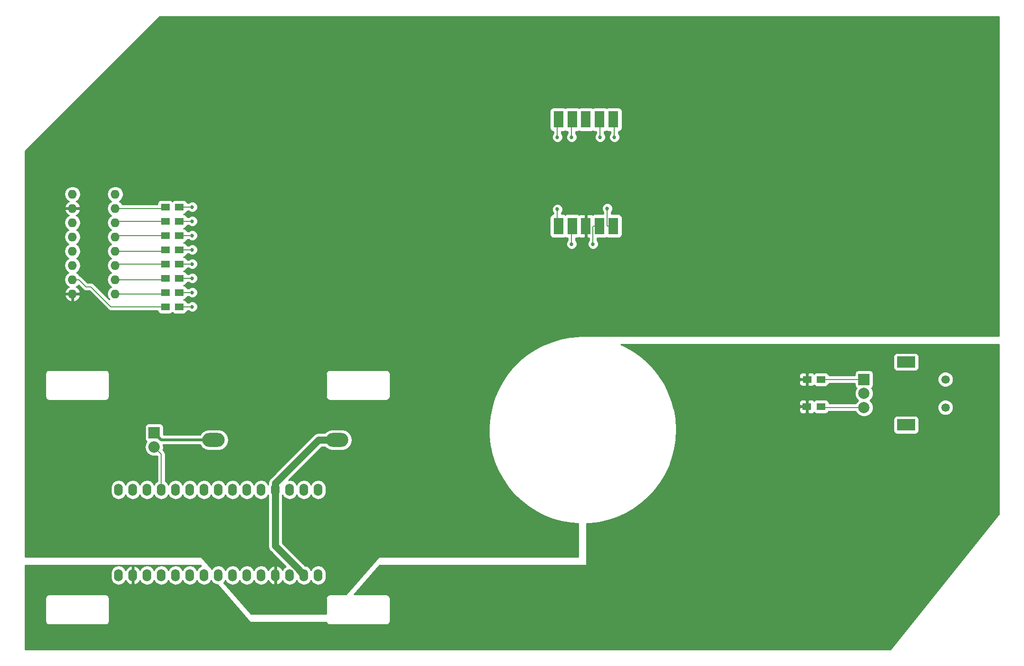
<source format=gtl>
G04 #@! TF.GenerationSoftware,KiCad,Pcbnew,5.0.0-rc2*
G04 #@! TF.CreationDate,2019-03-17T20:22:20-04:00*
G04 #@! TF.ProjectId,pcb,7063622E6B696361645F706362000000,rev?*
G04 #@! TF.SameCoordinates,Original*
G04 #@! TF.FileFunction,Copper,L1,Top,Signal*
G04 #@! TF.FilePolarity,Positive*
%FSLAX46Y46*%
G04 Gerber Fmt 4.6, Leading zero omitted, Abs format (unit mm)*
G04 Created by KiCad (PCBNEW 5.0.0-rc2) date Sun Mar 17 20:22:20 2019*
%MOMM*%
%LPD*%
G01*
G04 APERTURE LIST*
G04 #@! TA.AperFunction,ComponentPad*
%ADD10O,1.524000X2.199640*%
G04 #@! TD*
G04 #@! TA.AperFunction,ComponentPad*
%ADD11O,1.524000X2.197100*%
G04 #@! TD*
G04 #@! TA.AperFunction,SMDPad,CuDef*
%ADD12R,1.800000X3.000000*%
G04 #@! TD*
G04 #@! TA.AperFunction,SMDPad,CuDef*
%ADD13R,1.500000X1.250000*%
G04 #@! TD*
G04 #@! TA.AperFunction,ComponentPad*
%ADD14R,2.032000X2.032000*%
G04 #@! TD*
G04 #@! TA.AperFunction,ComponentPad*
%ADD15O,2.032000X2.032000*%
G04 #@! TD*
G04 #@! TA.AperFunction,ComponentPad*
%ADD16O,1.600000X1.600000*%
G04 #@! TD*
G04 #@! TA.AperFunction,ComponentPad*
%ADD17C,1.500000*%
G04 #@! TD*
G04 #@! TA.AperFunction,ComponentPad*
%ADD18R,3.200000X2.000000*%
G04 #@! TD*
G04 #@! TA.AperFunction,ComponentPad*
%ADD19C,2.000000*%
G04 #@! TD*
G04 #@! TA.AperFunction,ComponentPad*
%ADD20R,2.000000X2.000000*%
G04 #@! TD*
G04 #@! TA.AperFunction,ComponentPad*
%ADD21O,4.000500X2.499360*%
G04 #@! TD*
G04 #@! TA.AperFunction,ViaPad*
%ADD22C,0.685800*%
G04 #@! TD*
G04 #@! TA.AperFunction,Conductor*
%ADD23C,0.508000*%
G04 #@! TD*
G04 #@! TA.AperFunction,Conductor*
%ADD24C,0.152400*%
G04 #@! TD*
G04 #@! TA.AperFunction,Conductor*
%ADD25C,1.270000*%
G04 #@! TD*
G04 #@! TA.AperFunction,Conductor*
%ADD26C,0.254000*%
G04 #@! TD*
G04 APERTURE END LIST*
D10*
G04 #@! TO.P,J1,1*
G04 #@! TO.N,Net-(J1-Pad1)*
X227900000Y-160640000D03*
G04 #@! TO.P,J1,2*
G04 #@! TO.N,Net-(J1-Pad2)*
X225360000Y-160640000D03*
G04 #@! TO.P,J1,3*
G04 #@! TO.N,Net-(J1-Pad3)*
X222820000Y-160640000D03*
G04 #@! TO.P,J1,4*
G04 #@! TO.N,Net-(F1-Pad1)*
X220280000Y-160640000D03*
G04 #@! TO.P,J1,5*
G04 #@! TO.N,Net-(J1-Pad5)*
X217740000Y-160640000D03*
G04 #@! TO.P,J1,6*
G04 #@! TO.N,Net-(J1-Pad6)*
X215200000Y-160640000D03*
G04 #@! TO.P,J1,7*
G04 #@! TO.N,/74HC14*
X212660000Y-160640000D03*
G04 #@! TO.P,J1,8*
G04 #@! TO.N,Net-(J1-Pad8)*
X210120000Y-160640000D03*
G04 #@! TO.P,J1,9*
G04 #@! TO.N,Net-(J1-Pad9)*
X207580000Y-160640000D03*
G04 #@! TO.P,J1,10*
G04 #@! TO.N,/74HC12*
X205040000Y-160640000D03*
G04 #@! TO.P,J1,11*
G04 #@! TO.N,/74HC11*
X202500000Y-160640000D03*
G04 #@! TO.P,J1,12*
G04 #@! TO.N,Net-(J1-Pad12)*
X199960000Y-160640000D03*
G04 #@! TO.P,J1,13*
G04 #@! TO.N,Net-(J1-Pad13)*
X197420000Y-160640000D03*
G04 #@! TO.P,J1,14*
G04 #@! TO.N,Net-(J1-Pad14)*
X194880000Y-160640000D03*
G04 #@! TO.P,J1,15*
G04 #@! TO.N,Net-(J1-Pad15)*
X192340000Y-160640000D03*
G04 #@! TO.P,J1,16*
G04 #@! TO.N,Net-(J1-Pad16)*
X192340000Y-175880000D03*
G04 #@! TO.P,J1,17*
G04 #@! TO.N,/PWR3v3+*
X194880000Y-175880000D03*
G04 #@! TO.P,J1,18*
G04 #@! TO.N,Net-(J1-Pad18)*
X197420000Y-175880000D03*
G04 #@! TO.P,J1,19*
G04 #@! TO.N,Net-(J1-Pad19)*
X199960000Y-175880000D03*
D11*
G04 #@! TO.P,J1,20*
G04 #@! TO.N,/ROT1*
X202500000Y-175880000D03*
G04 #@! TO.P,J1,21*
G04 #@! TO.N,/ROT2*
X205040000Y-175880000D03*
G04 #@! TO.P,J1,22*
G04 #@! TO.N,Net-(J1-Pad22)*
X207580000Y-175880000D03*
G04 #@! TO.P,J1,23*
G04 #@! TO.N,Net-(J1-Pad23)*
X210120000Y-175880000D03*
G04 #@! TO.P,J1,24*
G04 #@! TO.N,Net-(J1-Pad24)*
X212660000Y-175880000D03*
G04 #@! TO.P,J1,25*
G04 #@! TO.N,Net-(J1-Pad25)*
X215200000Y-175880000D03*
G04 #@! TO.P,J1,26*
G04 #@! TO.N,Net-(J1-Pad26)*
X217740000Y-175880000D03*
G04 #@! TO.P,J1,27*
G04 #@! TO.N,/PWR5+*
X220280000Y-175880000D03*
G04 #@! TO.P,J1,28*
G04 #@! TO.N,Net-(J1-Pad28)*
X222820000Y-175880000D03*
G04 #@! TO.P,J1,29*
G04 #@! TO.N,Net-(F1-Pad1)*
X225360000Y-175880000D03*
G04 #@! TO.P,J1,30*
G04 #@! TO.N,Net-(J1-Pad30)*
X227900000Y-175880000D03*
G04 #@! TD*
D12*
G04 #@! TO.P,P1,3*
G04 #@! TO.N,/PWR5+*
X275590000Y-113640000D03*
G04 #@! TO.P,P1,2*
G04 #@! TO.N,/7seg2*
X273140000Y-113640000D03*
G04 #@! TO.P,P1,1*
G04 #@! TO.N,/7seg1*
X270690000Y-113640000D03*
G04 #@! TO.P,P1,4*
G04 #@! TO.N,/7seg4*
X278040000Y-113640000D03*
G04 #@! TO.P,P1,5*
G04 #@! TO.N,/7seg5*
X280490000Y-113640000D03*
G04 #@! TO.P,P1,6*
G04 #@! TO.N,/7seg6*
X280490000Y-94640000D03*
G04 #@! TO.P,P1,7*
G04 #@! TO.N,/7seg7*
X278040000Y-94640000D03*
G04 #@! TO.P,P1,8*
G04 #@! TO.N,Net-(P1-Pad8)*
X275590000Y-94640000D03*
G04 #@! TO.P,P1,9*
G04 #@! TO.N,/7seg9*
X273140000Y-94640000D03*
G04 #@! TO.P,P1,10*
G04 #@! TO.N,/7seg10*
X270690000Y-94640000D03*
G04 #@! TD*
D13*
G04 #@! TO.P,R2,1*
G04 #@! TO.N,Net-(R2-Pad1)*
X200680000Y-128016000D03*
G04 #@! TO.P,R2,2*
G04 #@! TO.N,/7seg7*
X203180000Y-128016000D03*
G04 #@! TD*
G04 #@! TO.P,R3,2*
G04 #@! TO.N,Net-(R3-Pad2)*
X200680000Y-125476000D03*
G04 #@! TO.P,R3,1*
G04 #@! TO.N,/7seg6*
X203180000Y-125476000D03*
G04 #@! TD*
G04 #@! TO.P,R4,1*
G04 #@! TO.N,Net-(R4-Pad1)*
X200680000Y-122936000D03*
G04 #@! TO.P,R4,2*
G04 #@! TO.N,/7seg4*
X203180000Y-122936000D03*
G04 #@! TD*
G04 #@! TO.P,R5,1*
G04 #@! TO.N,/7seg2*
X203180000Y-120396000D03*
G04 #@! TO.P,R5,2*
G04 #@! TO.N,Net-(R5-Pad2)*
X200680000Y-120396000D03*
G04 #@! TD*
G04 #@! TO.P,R6,1*
G04 #@! TO.N,Net-(R6-Pad1)*
X200680000Y-117856000D03*
G04 #@! TO.P,R6,2*
G04 #@! TO.N,/7seg1*
X203180000Y-117856000D03*
G04 #@! TD*
G04 #@! TO.P,R7,2*
G04 #@! TO.N,/7seg9*
X203180000Y-115316000D03*
G04 #@! TO.P,R7,1*
G04 #@! TO.N,Net-(R7-Pad1)*
X200680000Y-115316000D03*
G04 #@! TD*
G04 #@! TO.P,R8,1*
G04 #@! TO.N,/7seg10*
X203180000Y-112776000D03*
G04 #@! TO.P,R8,2*
G04 #@! TO.N,Net-(R8-Pad2)*
X200680000Y-112776000D03*
G04 #@! TD*
G04 #@! TO.P,eR9,2*
G04 #@! TO.N,/7seg5*
X203180000Y-110236000D03*
G04 #@! TO.P,eR9,1*
G04 #@! TO.N,Net-(R9-Pad1)*
X200680000Y-110236000D03*
G04 #@! TD*
G04 #@! TO.P,R10,2*
G04 #@! TO.N,/PWR3v3+*
X314980000Y-140970000D03*
G04 #@! TO.P,R10,1*
G04 #@! TO.N,/ROT1*
X317480000Y-140970000D03*
G04 #@! TD*
G04 #@! TO.P,R11,1*
G04 #@! TO.N,/ROT2*
X317462368Y-145808820D03*
G04 #@! TO.P,R11,2*
G04 #@! TO.N,/PWR3v3+*
X314962368Y-145808820D03*
G04 #@! TD*
D14*
G04 #@! TO.P,SW1,1*
G04 #@! TO.N,GND*
X198690000Y-150480000D03*
D15*
G04 #@! TO.P,SW1,2*
G04 #@! TO.N,Net-(J1-Pad12)*
X198690000Y-153020000D03*
G04 #@! TD*
D16*
G04 #@! TO.P,SW2,1*
G04 #@! TO.N,Net-(R3-Pad2)*
X191770000Y-125730000D03*
G04 #@! TO.P,SW2,2*
G04 #@! TO.N,Net-(R4-Pad1)*
X191770000Y-123190000D03*
G04 #@! TO.P,SW2,3*
G04 #@! TO.N,Net-(R5-Pad2)*
X191770000Y-120650000D03*
G04 #@! TO.P,SW2,4*
G04 #@! TO.N,Net-(R6-Pad1)*
X191770000Y-118110000D03*
G04 #@! TO.P,SW2,5*
G04 #@! TO.N,Net-(R7-Pad1)*
X191770000Y-115570000D03*
G04 #@! TO.P,SW2,6*
G04 #@! TO.N,Net-(R8-Pad2)*
X191770000Y-113030000D03*
G04 #@! TO.P,SW2,7*
G04 #@! TO.N,Net-(R9-Pad1)*
X191770000Y-110490000D03*
G04 #@! TO.P,SW2,8*
G04 #@! TO.N,GND*
X191770000Y-107950000D03*
G04 #@! TO.P,SW2,9*
X184150000Y-107950000D03*
G04 #@! TO.P,SW2,10*
G04 #@! TO.N,/PWR5+*
X184150000Y-110490000D03*
G04 #@! TO.P,SW2,11*
G04 #@! TO.N,/74HC11*
X184150000Y-113030000D03*
G04 #@! TO.P,SW2,12*
G04 #@! TO.N,/74HC12*
X184150000Y-115570000D03*
G04 #@! TO.P,SW2,13*
G04 #@! TO.N,GND*
X184150000Y-118110000D03*
G04 #@! TO.P,SW2,14*
G04 #@! TO.N,/74HC14*
X184150000Y-120650000D03*
G04 #@! TO.P,SW2,15*
G04 #@! TO.N,Net-(R2-Pad1)*
X184150000Y-123190000D03*
G04 #@! TO.P,SW2,16*
G04 #@! TO.N,/PWR5+*
X184150000Y-125730000D03*
G04 #@! TD*
D17*
G04 #@! TO.P,SW3,*
G04 #@! TO.N,*
X339620000Y-145970000D03*
X339620000Y-140970000D03*
D18*
G04 #@! TO.P,SW3,MP*
G04 #@! TO.N,N/C*
X332620000Y-149070000D03*
X332620000Y-137870000D03*
D19*
G04 #@! TO.P,SW3,B*
G04 #@! TO.N,/ROT2*
X325120000Y-145970000D03*
G04 #@! TO.P,SW3,C*
G04 #@! TO.N,GND*
X325120000Y-143470000D03*
D20*
G04 #@! TO.P,SW3,A*
G04 #@! TO.N,/ROT1*
X325120000Y-140970000D03*
G04 #@! TD*
D21*
G04 #@! TO.P,F1,2*
G04 #@! TO.N,GND*
X209279260Y-151750000D03*
G04 #@! TO.P,F1,1*
G04 #@! TO.N,Net-(F1-Pad1)*
X231280740Y-151750000D03*
G04 #@! TD*
D22*
G04 #@! TO.N,/7seg2*
X205486000Y-120396000D03*
X273050000Y-116840000D03*
G04 #@! TO.N,/7seg1*
X205486000Y-117856000D03*
X270510000Y-110642410D03*
G04 #@! TO.N,/7seg4*
X205486000Y-122936000D03*
X276860000Y-116840000D03*
G04 #@! TO.N,/7seg5*
X205486000Y-110236000D03*
X279400000Y-110490000D03*
G04 #@! TO.N,/7seg6*
X205486000Y-125476000D03*
X280670000Y-97790000D03*
G04 #@! TO.N,/7seg7*
X205486000Y-128016000D03*
X278130000Y-97790000D03*
G04 #@! TO.N,/7seg9*
X205486000Y-115316000D03*
X273050000Y-97790000D03*
G04 #@! TO.N,/7seg10*
X205486000Y-112776000D03*
X270510000Y-97790000D03*
G04 #@! TD*
D23*
G04 #@! TO.N,/PWR5+*
X275000000Y-113050000D02*
X275590000Y-113640000D01*
D24*
G04 #@! TO.N,Net-(J1-Pad12)*
X199960000Y-154290000D02*
X198690000Y-153020000D01*
X199960000Y-160640000D02*
X199960000Y-154290000D01*
D25*
G04 #@! TO.N,Net-(J1-Pad19)*
X199960000Y-175542180D02*
X199960000Y-175880000D01*
D24*
G04 #@! TO.N,/ROT1*
X325120000Y-140970000D02*
X317480000Y-140970000D01*
G04 #@! TO.N,/ROT2*
X317623548Y-145970000D02*
X317462368Y-145808820D01*
X325120000Y-145970000D02*
X317623548Y-145970000D01*
G04 #@! TO.N,/7seg2*
X203180000Y-120396000D02*
X205486000Y-120396000D01*
X205486000Y-120396000D02*
X205486000Y-120396000D01*
X273050000Y-113730000D02*
X273140000Y-113640000D01*
X273050000Y-116840000D02*
X273050000Y-113730000D01*
G04 #@! TO.N,/7seg1*
X203180000Y-117856000D02*
X205486000Y-117856000D01*
X205486000Y-117856000D02*
X205486000Y-117856000D01*
X270510000Y-113460000D02*
X270690000Y-113640000D01*
X270510000Y-110642410D02*
X270510000Y-113460000D01*
G04 #@! TO.N,/7seg4*
X203180000Y-122936000D02*
X205486000Y-122936000D01*
X205486000Y-122936000D02*
X205486000Y-122936000D01*
X276987600Y-113640000D02*
X278040000Y-113640000D01*
X276860000Y-113767600D02*
X276987600Y-113640000D01*
X276860000Y-116840000D02*
X276860000Y-113767600D01*
G04 #@! TO.N,/7seg5*
X203180000Y-110236000D02*
X205486000Y-110236000D01*
X205486000Y-110236000D02*
X205486000Y-110236000D01*
X279437600Y-113640000D02*
X280490000Y-113640000D01*
X279400000Y-113602400D02*
X279437600Y-113640000D01*
X279400000Y-110490000D02*
X279400000Y-113602400D01*
G04 #@! TO.N,/7seg6*
X203180000Y-125476000D02*
X205486000Y-125476000D01*
X205486000Y-125476000D02*
X205486000Y-125476000D01*
X280670000Y-94820000D02*
X280490000Y-94640000D01*
X280670000Y-97790000D02*
X280670000Y-94820000D01*
G04 #@! TO.N,/7seg7*
X203180000Y-128016000D02*
X205486000Y-128016000D01*
X205486000Y-128016000D02*
X205486000Y-128016000D01*
X278130000Y-94730000D02*
X278040000Y-94640000D01*
X278130000Y-97790000D02*
X278130000Y-94730000D01*
G04 #@! TO.N,/7seg9*
X203180000Y-115316000D02*
X205486000Y-115316000D01*
X205486000Y-115316000D02*
X205486000Y-115316000D01*
X273050000Y-94730000D02*
X273140000Y-94640000D01*
X273050000Y-97790000D02*
X273050000Y-94730000D01*
G04 #@! TO.N,/7seg10*
X203180000Y-112776000D02*
X205486000Y-112776000D01*
X205486000Y-112776000D02*
X205486000Y-112776000D01*
X270510000Y-94820000D02*
X270690000Y-94640000D01*
X270510000Y-97790000D02*
X270510000Y-94820000D01*
G04 #@! TO.N,Net-(R2-Pad1)*
X185281370Y-123190000D02*
X186551370Y-124460000D01*
X184150000Y-123190000D02*
X185281370Y-123190000D01*
X186551370Y-124460000D02*
X187452000Y-124460000D01*
X191008000Y-128016000D02*
X188468000Y-125476000D01*
X188468000Y-125476000D02*
X187452000Y-124460000D01*
X189484000Y-126492000D02*
X188468000Y-125476000D01*
X200680000Y-128016000D02*
X191008000Y-128016000D01*
G04 #@! TO.N,Net-(R3-Pad2)*
X200426000Y-125730000D02*
X200680000Y-125476000D01*
X191770000Y-125730000D02*
X200426000Y-125730000D01*
G04 #@! TO.N,Net-(R4-Pad1)*
X191770000Y-123190000D02*
X200187400Y-123190000D01*
G04 #@! TO.N,Net-(R5-Pad2)*
X192024000Y-120396000D02*
X191770000Y-120650000D01*
X200680000Y-120396000D02*
X192024000Y-120396000D01*
G04 #@! TO.N,Net-(R6-Pad1)*
X200426000Y-118110000D02*
X200680000Y-117856000D01*
X191770000Y-118110000D02*
X200426000Y-118110000D01*
G04 #@! TO.N,Net-(R7-Pad1)*
X192024000Y-115316000D02*
X191770000Y-115570000D01*
X200680000Y-115316000D02*
X192024000Y-115316000D01*
G04 #@! TO.N,Net-(R8-Pad2)*
X192024000Y-112776000D02*
X191770000Y-113030000D01*
X200680000Y-112776000D02*
X192024000Y-112776000D01*
G04 #@! TO.N,Net-(R9-Pad1)*
X200426000Y-110490000D02*
X200680000Y-110236000D01*
X191770000Y-110490000D02*
X200426000Y-110490000D01*
D23*
G04 #@! TO.N,GND*
X199960000Y-151750000D02*
X198690000Y-150480000D01*
X209279260Y-151750000D02*
X199960000Y-151750000D01*
D25*
G04 #@! TO.N,Net-(F1-Pad1)*
X220280000Y-170668570D02*
X220280000Y-160640000D01*
X224471010Y-174859580D02*
X220280000Y-170668570D01*
X224471010Y-174991010D02*
X224471010Y-174859580D01*
X225360000Y-175880000D02*
X224471010Y-174991010D01*
X220280000Y-159480490D02*
X228010490Y-151750000D01*
X228010490Y-151750000D02*
X231280740Y-151750000D01*
X220280000Y-160640000D02*
X220280000Y-159480490D01*
G04 #@! TD*
D26*
G04 #@! TO.N,/PWR3v3+*
G36*
X349123000Y-164957775D02*
X329806820Y-189103000D01*
X175711200Y-189103000D01*
X175711200Y-180000000D01*
X179274867Y-180000000D01*
X179288800Y-180070047D01*
X179288801Y-183929949D01*
X179274867Y-184000000D01*
X179330064Y-184277496D01*
X179487254Y-184512746D01*
X179722504Y-184669936D01*
X179929954Y-184711200D01*
X180000000Y-184725133D01*
X180070045Y-184711200D01*
X189929955Y-184711200D01*
X190000000Y-184725133D01*
X190070046Y-184711200D01*
X190277496Y-184669936D01*
X190512746Y-184512746D01*
X190669936Y-184277496D01*
X190725133Y-184000000D01*
X190711199Y-183929949D01*
X190711200Y-180070047D01*
X190725133Y-180000000D01*
X190669936Y-179722504D01*
X190512746Y-179487254D01*
X190277496Y-179330064D01*
X190070046Y-179288800D01*
X190070045Y-179288800D01*
X190000000Y-179274867D01*
X189929954Y-179288800D01*
X180070046Y-179288800D01*
X180000000Y-179274867D01*
X179929955Y-179288800D01*
X179929954Y-179288800D01*
X179722504Y-179330064D01*
X179487254Y-179487254D01*
X179330064Y-179722504D01*
X179274867Y-180000000D01*
X175711200Y-180000000D01*
X175711200Y-176355407D01*
X190943000Y-176355407D01*
X191024056Y-176762901D01*
X191332820Y-177224999D01*
X191794918Y-177533763D01*
X192340000Y-177642188D01*
X192885081Y-177533764D01*
X193347179Y-177225000D01*
X193621580Y-176814330D01*
X193637941Y-176869761D01*
X193981974Y-177295450D01*
X194462723Y-177557080D01*
X194536930Y-177572040D01*
X194753000Y-177449540D01*
X194753000Y-176007000D01*
X194733000Y-176007000D01*
X194733000Y-175753000D01*
X194753000Y-175753000D01*
X194753000Y-174310460D01*
X194536930Y-174187960D01*
X194462723Y-174202920D01*
X193981974Y-174464550D01*
X193637941Y-174890239D01*
X193621580Y-174945670D01*
X193347180Y-174535001D01*
X192885082Y-174226237D01*
X192340000Y-174117812D01*
X191794919Y-174226236D01*
X191332821Y-174535000D01*
X191024057Y-174997098D01*
X190943001Y-175404592D01*
X190943000Y-176355407D01*
X175711200Y-176355407D01*
X175711200Y-174117000D01*
X206952372Y-174117000D01*
X207046968Y-174225109D01*
X207034919Y-174227506D01*
X206572821Y-174536270D01*
X206310000Y-174929609D01*
X206047180Y-174536271D01*
X205585082Y-174227507D01*
X205040000Y-174119082D01*
X204494919Y-174227506D01*
X204032821Y-174536270D01*
X203770000Y-174929609D01*
X203507180Y-174536271D01*
X203045082Y-174227507D01*
X202500000Y-174119082D01*
X201954919Y-174227506D01*
X201492821Y-174536270D01*
X201230424Y-174928974D01*
X200967180Y-174535001D01*
X200505082Y-174226237D01*
X199960000Y-174117812D01*
X199414919Y-174226236D01*
X198952821Y-174535000D01*
X198690000Y-174928339D01*
X198427180Y-174535001D01*
X197965082Y-174226237D01*
X197420000Y-174117812D01*
X196874919Y-174226236D01*
X196412821Y-174535000D01*
X196138420Y-174945670D01*
X196122059Y-174890239D01*
X195778026Y-174464550D01*
X195297277Y-174202920D01*
X195223070Y-174187960D01*
X195007000Y-174310460D01*
X195007000Y-175753000D01*
X195027000Y-175753000D01*
X195027000Y-176007000D01*
X195007000Y-176007000D01*
X195007000Y-177449540D01*
X195223070Y-177572040D01*
X195297277Y-177557080D01*
X195778026Y-177295450D01*
X196122059Y-176869761D01*
X196138420Y-176814330D01*
X196412820Y-177224999D01*
X196874918Y-177533763D01*
X197420000Y-177642188D01*
X197965081Y-177533764D01*
X198427179Y-177225000D01*
X198690000Y-176831661D01*
X198952820Y-177224999D01*
X199414918Y-177533763D01*
X199960000Y-177642188D01*
X200505081Y-177533764D01*
X200967179Y-177225000D01*
X201230424Y-176831026D01*
X201492820Y-177223729D01*
X201954918Y-177532493D01*
X202500000Y-177640918D01*
X203045081Y-177532494D01*
X203507179Y-177223730D01*
X203770000Y-176830391D01*
X204032820Y-177223729D01*
X204494918Y-177532493D01*
X205040000Y-177640918D01*
X205585081Y-177532494D01*
X206047179Y-177223730D01*
X206310000Y-176830391D01*
X206572820Y-177223729D01*
X207034918Y-177532493D01*
X207580000Y-177640918D01*
X208125081Y-177532494D01*
X208587179Y-177223730D01*
X208850000Y-176830391D01*
X209112820Y-177223729D01*
X209574918Y-177532493D01*
X210018057Y-177620640D01*
X215804423Y-184233630D01*
X215843702Y-184263840D01*
X215900000Y-184277000D01*
X229329965Y-184277000D01*
X229330064Y-184277496D01*
X229487254Y-184512746D01*
X229722504Y-184669936D01*
X229929954Y-184711200D01*
X230000000Y-184725133D01*
X230070045Y-184711200D01*
X239929955Y-184711200D01*
X240000000Y-184725133D01*
X240070046Y-184711200D01*
X240277496Y-184669936D01*
X240512746Y-184512746D01*
X240669936Y-184277496D01*
X240725133Y-184000000D01*
X240711199Y-183929949D01*
X240711200Y-180070047D01*
X240725133Y-180000000D01*
X240669936Y-179722504D01*
X240512746Y-179487254D01*
X240277496Y-179330064D01*
X240070046Y-179288800D01*
X240070045Y-179288800D01*
X240000000Y-179274867D01*
X239929954Y-179288800D01*
X234292303Y-179288800D01*
X238817628Y-174117000D01*
X275590000Y-174117000D01*
X275638601Y-174107333D01*
X275679803Y-174079803D01*
X275707333Y-174038601D01*
X275717000Y-173990000D01*
X275717000Y-166696783D01*
X276312715Y-166679623D01*
X277962840Y-166466774D01*
X279583666Y-166091086D01*
X281159166Y-165556276D01*
X282673757Y-164867633D01*
X284112465Y-164031965D01*
X285461060Y-163057537D01*
X286706207Y-161953985D01*
X287835594Y-160732222D01*
X288838051Y-159404329D01*
X289703665Y-157983439D01*
X290423877Y-156483601D01*
X290991564Y-154919647D01*
X291401113Y-153307044D01*
X291648474Y-151661739D01*
X291731200Y-150000000D01*
X291729136Y-149737198D01*
X291620318Y-148076964D01*
X291619159Y-148070000D01*
X330372560Y-148070000D01*
X330372560Y-150070000D01*
X330421843Y-150317765D01*
X330562191Y-150527809D01*
X330772235Y-150668157D01*
X331020000Y-150717440D01*
X334220000Y-150717440D01*
X334467765Y-150668157D01*
X334677809Y-150527809D01*
X334818157Y-150317765D01*
X334867440Y-150070000D01*
X334867440Y-148070000D01*
X334818157Y-147822235D01*
X334677809Y-147612191D01*
X334467765Y-147471843D01*
X334220000Y-147422560D01*
X331020000Y-147422560D01*
X330772235Y-147471843D01*
X330562191Y-147612191D01*
X330421843Y-147822235D01*
X330372560Y-148070000D01*
X291619159Y-148070000D01*
X291347145Y-146435746D01*
X291254770Y-146094570D01*
X313577368Y-146094570D01*
X313577368Y-146560130D01*
X313674041Y-146793519D01*
X313852670Y-146972147D01*
X314086059Y-147068820D01*
X314676618Y-147068820D01*
X314835368Y-146910070D01*
X314835368Y-145935820D01*
X313736118Y-145935820D01*
X313577368Y-146094570D01*
X291254770Y-146094570D01*
X290973979Y-145057510D01*
X313577368Y-145057510D01*
X313577368Y-145523070D01*
X313736118Y-145681820D01*
X314835368Y-145681820D01*
X314835368Y-144707570D01*
X315089368Y-144707570D01*
X315089368Y-145681820D01*
X315109368Y-145681820D01*
X315109368Y-145935820D01*
X315089368Y-145935820D01*
X315089368Y-146910070D01*
X315248118Y-147068820D01*
X315838677Y-147068820D01*
X316072066Y-146972147D01*
X316213714Y-146830500D01*
X316254559Y-146891629D01*
X316464603Y-147031977D01*
X316712368Y-147081260D01*
X318212368Y-147081260D01*
X318460133Y-147031977D01*
X318670177Y-146891629D01*
X318810525Y-146681585D01*
X318810602Y-146681200D01*
X323644877Y-146681200D01*
X323733914Y-146896153D01*
X324193847Y-147356086D01*
X324794778Y-147605000D01*
X325445222Y-147605000D01*
X326046153Y-147356086D01*
X326506086Y-146896153D01*
X326755000Y-146295222D01*
X326755000Y-145694506D01*
X338235000Y-145694506D01*
X338235000Y-146245494D01*
X338445853Y-146754540D01*
X338835460Y-147144147D01*
X339344506Y-147355000D01*
X339895494Y-147355000D01*
X340404540Y-147144147D01*
X340794147Y-146754540D01*
X341005000Y-146245494D01*
X341005000Y-145694506D01*
X340794147Y-145185460D01*
X340404540Y-144795853D01*
X339895494Y-144585000D01*
X339344506Y-144585000D01*
X338835460Y-144795853D01*
X338445853Y-145185460D01*
X338235000Y-145694506D01*
X326755000Y-145694506D01*
X326755000Y-145644778D01*
X326506086Y-145043847D01*
X326182239Y-144720000D01*
X326506086Y-144396153D01*
X326755000Y-143795222D01*
X326755000Y-143144778D01*
X326506086Y-142543847D01*
X326465255Y-142503016D01*
X326577809Y-142427809D01*
X326718157Y-142217765D01*
X326767440Y-141970000D01*
X326767440Y-140694506D01*
X338235000Y-140694506D01*
X338235000Y-141245494D01*
X338445853Y-141754540D01*
X338835460Y-142144147D01*
X339344506Y-142355000D01*
X339895494Y-142355000D01*
X340404540Y-142144147D01*
X340794147Y-141754540D01*
X341005000Y-141245494D01*
X341005000Y-140694506D01*
X340794147Y-140185460D01*
X340404540Y-139795853D01*
X339895494Y-139585000D01*
X339344506Y-139585000D01*
X338835460Y-139795853D01*
X338445853Y-140185460D01*
X338235000Y-140694506D01*
X326767440Y-140694506D01*
X326767440Y-139970000D01*
X326718157Y-139722235D01*
X326577809Y-139512191D01*
X326367765Y-139371843D01*
X326120000Y-139322560D01*
X324120000Y-139322560D01*
X323872235Y-139371843D01*
X323662191Y-139512191D01*
X323521843Y-139722235D01*
X323472560Y-139970000D01*
X323472560Y-140258800D01*
X318860294Y-140258800D01*
X318828157Y-140097235D01*
X318687809Y-139887191D01*
X318477765Y-139746843D01*
X318230000Y-139697560D01*
X316730000Y-139697560D01*
X316482235Y-139746843D01*
X316272191Y-139887191D01*
X316231346Y-139948320D01*
X316089698Y-139806673D01*
X315856309Y-139710000D01*
X315265750Y-139710000D01*
X315107000Y-139868750D01*
X315107000Y-140843000D01*
X315127000Y-140843000D01*
X315127000Y-141097000D01*
X315107000Y-141097000D01*
X315107000Y-142071250D01*
X315265750Y-142230000D01*
X315856309Y-142230000D01*
X316089698Y-142133327D01*
X316231346Y-141991680D01*
X316272191Y-142052809D01*
X316482235Y-142193157D01*
X316730000Y-142242440D01*
X318230000Y-142242440D01*
X318477765Y-142193157D01*
X318687809Y-142052809D01*
X318828157Y-141842765D01*
X318860294Y-141681200D01*
X323472560Y-141681200D01*
X323472560Y-141970000D01*
X323521843Y-142217765D01*
X323662191Y-142427809D01*
X323774745Y-142503016D01*
X323733914Y-142543847D01*
X323485000Y-143144778D01*
X323485000Y-143795222D01*
X323733914Y-144396153D01*
X324057761Y-144720000D01*
X323733914Y-145043847D01*
X323644877Y-145258800D01*
X318859808Y-145258800D01*
X318859808Y-145183820D01*
X318810525Y-144936055D01*
X318670177Y-144726011D01*
X318460133Y-144585663D01*
X318212368Y-144536380D01*
X316712368Y-144536380D01*
X316464603Y-144585663D01*
X316254559Y-144726011D01*
X316213714Y-144787140D01*
X316072066Y-144645493D01*
X315838677Y-144548820D01*
X315248118Y-144548820D01*
X315089368Y-144707570D01*
X314835368Y-144707570D01*
X314676618Y-144548820D01*
X314086059Y-144548820D01*
X313852670Y-144645493D01*
X313674041Y-144824121D01*
X313577368Y-145057510D01*
X290973979Y-145057510D01*
X290912317Y-144829775D01*
X290320134Y-143274931D01*
X289576453Y-141786591D01*
X289241518Y-141255750D01*
X313595000Y-141255750D01*
X313595000Y-141721310D01*
X313691673Y-141954699D01*
X313870302Y-142133327D01*
X314103691Y-142230000D01*
X314694250Y-142230000D01*
X314853000Y-142071250D01*
X314853000Y-141097000D01*
X313753750Y-141097000D01*
X313595000Y-141255750D01*
X289241518Y-141255750D01*
X288688627Y-140379472D01*
X288563237Y-140218690D01*
X313595000Y-140218690D01*
X313595000Y-140684250D01*
X313753750Y-140843000D01*
X314853000Y-140843000D01*
X314853000Y-139868750D01*
X314694250Y-139710000D01*
X314103691Y-139710000D01*
X313870302Y-139806673D01*
X313691673Y-139985301D01*
X313595000Y-140218690D01*
X288563237Y-140218690D01*
X287665436Y-139067489D01*
X286516998Y-137863616D01*
X285359772Y-136870000D01*
X330372560Y-136870000D01*
X330372560Y-138870000D01*
X330421843Y-139117765D01*
X330562191Y-139327809D01*
X330772235Y-139468157D01*
X331020000Y-139517440D01*
X334220000Y-139517440D01*
X334467765Y-139468157D01*
X334677809Y-139327809D01*
X334818157Y-139117765D01*
X334867440Y-138870000D01*
X334867440Y-136870000D01*
X334818157Y-136622235D01*
X334677809Y-136412191D01*
X334467765Y-136271843D01*
X334220000Y-136222560D01*
X331020000Y-136222560D01*
X330772235Y-136271843D01*
X330562191Y-136412191D01*
X330421843Y-136622235D01*
X330372560Y-136870000D01*
X285359772Y-136870000D01*
X285254670Y-136779758D01*
X283890936Y-135826634D01*
X282439280Y-135013667D01*
X281827448Y-134747000D01*
X349123000Y-134747000D01*
X349123000Y-164957775D01*
X349123000Y-164957775D01*
G37*
X349123000Y-164957775D02*
X329806820Y-189103000D01*
X175711200Y-189103000D01*
X175711200Y-180000000D01*
X179274867Y-180000000D01*
X179288800Y-180070047D01*
X179288801Y-183929949D01*
X179274867Y-184000000D01*
X179330064Y-184277496D01*
X179487254Y-184512746D01*
X179722504Y-184669936D01*
X179929954Y-184711200D01*
X180000000Y-184725133D01*
X180070045Y-184711200D01*
X189929955Y-184711200D01*
X190000000Y-184725133D01*
X190070046Y-184711200D01*
X190277496Y-184669936D01*
X190512746Y-184512746D01*
X190669936Y-184277496D01*
X190725133Y-184000000D01*
X190711199Y-183929949D01*
X190711200Y-180070047D01*
X190725133Y-180000000D01*
X190669936Y-179722504D01*
X190512746Y-179487254D01*
X190277496Y-179330064D01*
X190070046Y-179288800D01*
X190070045Y-179288800D01*
X190000000Y-179274867D01*
X189929954Y-179288800D01*
X180070046Y-179288800D01*
X180000000Y-179274867D01*
X179929955Y-179288800D01*
X179929954Y-179288800D01*
X179722504Y-179330064D01*
X179487254Y-179487254D01*
X179330064Y-179722504D01*
X179274867Y-180000000D01*
X175711200Y-180000000D01*
X175711200Y-176355407D01*
X190943000Y-176355407D01*
X191024056Y-176762901D01*
X191332820Y-177224999D01*
X191794918Y-177533763D01*
X192340000Y-177642188D01*
X192885081Y-177533764D01*
X193347179Y-177225000D01*
X193621580Y-176814330D01*
X193637941Y-176869761D01*
X193981974Y-177295450D01*
X194462723Y-177557080D01*
X194536930Y-177572040D01*
X194753000Y-177449540D01*
X194753000Y-176007000D01*
X194733000Y-176007000D01*
X194733000Y-175753000D01*
X194753000Y-175753000D01*
X194753000Y-174310460D01*
X194536930Y-174187960D01*
X194462723Y-174202920D01*
X193981974Y-174464550D01*
X193637941Y-174890239D01*
X193621580Y-174945670D01*
X193347180Y-174535001D01*
X192885082Y-174226237D01*
X192340000Y-174117812D01*
X191794919Y-174226236D01*
X191332821Y-174535000D01*
X191024057Y-174997098D01*
X190943001Y-175404592D01*
X190943000Y-176355407D01*
X175711200Y-176355407D01*
X175711200Y-174117000D01*
X206952372Y-174117000D01*
X207046968Y-174225109D01*
X207034919Y-174227506D01*
X206572821Y-174536270D01*
X206310000Y-174929609D01*
X206047180Y-174536271D01*
X205585082Y-174227507D01*
X205040000Y-174119082D01*
X204494919Y-174227506D01*
X204032821Y-174536270D01*
X203770000Y-174929609D01*
X203507180Y-174536271D01*
X203045082Y-174227507D01*
X202500000Y-174119082D01*
X201954919Y-174227506D01*
X201492821Y-174536270D01*
X201230424Y-174928974D01*
X200967180Y-174535001D01*
X200505082Y-174226237D01*
X199960000Y-174117812D01*
X199414919Y-174226236D01*
X198952821Y-174535000D01*
X198690000Y-174928339D01*
X198427180Y-174535001D01*
X197965082Y-174226237D01*
X197420000Y-174117812D01*
X196874919Y-174226236D01*
X196412821Y-174535000D01*
X196138420Y-174945670D01*
X196122059Y-174890239D01*
X195778026Y-174464550D01*
X195297277Y-174202920D01*
X195223070Y-174187960D01*
X195007000Y-174310460D01*
X195007000Y-175753000D01*
X195027000Y-175753000D01*
X195027000Y-176007000D01*
X195007000Y-176007000D01*
X195007000Y-177449540D01*
X195223070Y-177572040D01*
X195297277Y-177557080D01*
X195778026Y-177295450D01*
X196122059Y-176869761D01*
X196138420Y-176814330D01*
X196412820Y-177224999D01*
X196874918Y-177533763D01*
X197420000Y-177642188D01*
X197965081Y-177533764D01*
X198427179Y-177225000D01*
X198690000Y-176831661D01*
X198952820Y-177224999D01*
X199414918Y-177533763D01*
X199960000Y-177642188D01*
X200505081Y-177533764D01*
X200967179Y-177225000D01*
X201230424Y-176831026D01*
X201492820Y-177223729D01*
X201954918Y-177532493D01*
X202500000Y-177640918D01*
X203045081Y-177532494D01*
X203507179Y-177223730D01*
X203770000Y-176830391D01*
X204032820Y-177223729D01*
X204494918Y-177532493D01*
X205040000Y-177640918D01*
X205585081Y-177532494D01*
X206047179Y-177223730D01*
X206310000Y-176830391D01*
X206572820Y-177223729D01*
X207034918Y-177532493D01*
X207580000Y-177640918D01*
X208125081Y-177532494D01*
X208587179Y-177223730D01*
X208850000Y-176830391D01*
X209112820Y-177223729D01*
X209574918Y-177532493D01*
X210018057Y-177620640D01*
X215804423Y-184233630D01*
X215843702Y-184263840D01*
X215900000Y-184277000D01*
X229329965Y-184277000D01*
X229330064Y-184277496D01*
X229487254Y-184512746D01*
X229722504Y-184669936D01*
X229929954Y-184711200D01*
X230000000Y-184725133D01*
X230070045Y-184711200D01*
X239929955Y-184711200D01*
X240000000Y-184725133D01*
X240070046Y-184711200D01*
X240277496Y-184669936D01*
X240512746Y-184512746D01*
X240669936Y-184277496D01*
X240725133Y-184000000D01*
X240711199Y-183929949D01*
X240711200Y-180070047D01*
X240725133Y-180000000D01*
X240669936Y-179722504D01*
X240512746Y-179487254D01*
X240277496Y-179330064D01*
X240070046Y-179288800D01*
X240070045Y-179288800D01*
X240000000Y-179274867D01*
X239929954Y-179288800D01*
X234292303Y-179288800D01*
X238817628Y-174117000D01*
X275590000Y-174117000D01*
X275638601Y-174107333D01*
X275679803Y-174079803D01*
X275707333Y-174038601D01*
X275717000Y-173990000D01*
X275717000Y-166696783D01*
X276312715Y-166679623D01*
X277962840Y-166466774D01*
X279583666Y-166091086D01*
X281159166Y-165556276D01*
X282673757Y-164867633D01*
X284112465Y-164031965D01*
X285461060Y-163057537D01*
X286706207Y-161953985D01*
X287835594Y-160732222D01*
X288838051Y-159404329D01*
X289703665Y-157983439D01*
X290423877Y-156483601D01*
X290991564Y-154919647D01*
X291401113Y-153307044D01*
X291648474Y-151661739D01*
X291731200Y-150000000D01*
X291729136Y-149737198D01*
X291620318Y-148076964D01*
X291619159Y-148070000D01*
X330372560Y-148070000D01*
X330372560Y-150070000D01*
X330421843Y-150317765D01*
X330562191Y-150527809D01*
X330772235Y-150668157D01*
X331020000Y-150717440D01*
X334220000Y-150717440D01*
X334467765Y-150668157D01*
X334677809Y-150527809D01*
X334818157Y-150317765D01*
X334867440Y-150070000D01*
X334867440Y-148070000D01*
X334818157Y-147822235D01*
X334677809Y-147612191D01*
X334467765Y-147471843D01*
X334220000Y-147422560D01*
X331020000Y-147422560D01*
X330772235Y-147471843D01*
X330562191Y-147612191D01*
X330421843Y-147822235D01*
X330372560Y-148070000D01*
X291619159Y-148070000D01*
X291347145Y-146435746D01*
X291254770Y-146094570D01*
X313577368Y-146094570D01*
X313577368Y-146560130D01*
X313674041Y-146793519D01*
X313852670Y-146972147D01*
X314086059Y-147068820D01*
X314676618Y-147068820D01*
X314835368Y-146910070D01*
X314835368Y-145935820D01*
X313736118Y-145935820D01*
X313577368Y-146094570D01*
X291254770Y-146094570D01*
X290973979Y-145057510D01*
X313577368Y-145057510D01*
X313577368Y-145523070D01*
X313736118Y-145681820D01*
X314835368Y-145681820D01*
X314835368Y-144707570D01*
X315089368Y-144707570D01*
X315089368Y-145681820D01*
X315109368Y-145681820D01*
X315109368Y-145935820D01*
X315089368Y-145935820D01*
X315089368Y-146910070D01*
X315248118Y-147068820D01*
X315838677Y-147068820D01*
X316072066Y-146972147D01*
X316213714Y-146830500D01*
X316254559Y-146891629D01*
X316464603Y-147031977D01*
X316712368Y-147081260D01*
X318212368Y-147081260D01*
X318460133Y-147031977D01*
X318670177Y-146891629D01*
X318810525Y-146681585D01*
X318810602Y-146681200D01*
X323644877Y-146681200D01*
X323733914Y-146896153D01*
X324193847Y-147356086D01*
X324794778Y-147605000D01*
X325445222Y-147605000D01*
X326046153Y-147356086D01*
X326506086Y-146896153D01*
X326755000Y-146295222D01*
X326755000Y-145694506D01*
X338235000Y-145694506D01*
X338235000Y-146245494D01*
X338445853Y-146754540D01*
X338835460Y-147144147D01*
X339344506Y-147355000D01*
X339895494Y-147355000D01*
X340404540Y-147144147D01*
X340794147Y-146754540D01*
X341005000Y-146245494D01*
X341005000Y-145694506D01*
X340794147Y-145185460D01*
X340404540Y-144795853D01*
X339895494Y-144585000D01*
X339344506Y-144585000D01*
X338835460Y-144795853D01*
X338445853Y-145185460D01*
X338235000Y-145694506D01*
X326755000Y-145694506D01*
X326755000Y-145644778D01*
X326506086Y-145043847D01*
X326182239Y-144720000D01*
X326506086Y-144396153D01*
X326755000Y-143795222D01*
X326755000Y-143144778D01*
X326506086Y-142543847D01*
X326465255Y-142503016D01*
X326577809Y-142427809D01*
X326718157Y-142217765D01*
X326767440Y-141970000D01*
X326767440Y-140694506D01*
X338235000Y-140694506D01*
X338235000Y-141245494D01*
X338445853Y-141754540D01*
X338835460Y-142144147D01*
X339344506Y-142355000D01*
X339895494Y-142355000D01*
X340404540Y-142144147D01*
X340794147Y-141754540D01*
X341005000Y-141245494D01*
X341005000Y-140694506D01*
X340794147Y-140185460D01*
X340404540Y-139795853D01*
X339895494Y-139585000D01*
X339344506Y-139585000D01*
X338835460Y-139795853D01*
X338445853Y-140185460D01*
X338235000Y-140694506D01*
X326767440Y-140694506D01*
X326767440Y-139970000D01*
X326718157Y-139722235D01*
X326577809Y-139512191D01*
X326367765Y-139371843D01*
X326120000Y-139322560D01*
X324120000Y-139322560D01*
X323872235Y-139371843D01*
X323662191Y-139512191D01*
X323521843Y-139722235D01*
X323472560Y-139970000D01*
X323472560Y-140258800D01*
X318860294Y-140258800D01*
X318828157Y-140097235D01*
X318687809Y-139887191D01*
X318477765Y-139746843D01*
X318230000Y-139697560D01*
X316730000Y-139697560D01*
X316482235Y-139746843D01*
X316272191Y-139887191D01*
X316231346Y-139948320D01*
X316089698Y-139806673D01*
X315856309Y-139710000D01*
X315265750Y-139710000D01*
X315107000Y-139868750D01*
X315107000Y-140843000D01*
X315127000Y-140843000D01*
X315127000Y-141097000D01*
X315107000Y-141097000D01*
X315107000Y-142071250D01*
X315265750Y-142230000D01*
X315856309Y-142230000D01*
X316089698Y-142133327D01*
X316231346Y-141991680D01*
X316272191Y-142052809D01*
X316482235Y-142193157D01*
X316730000Y-142242440D01*
X318230000Y-142242440D01*
X318477765Y-142193157D01*
X318687809Y-142052809D01*
X318828157Y-141842765D01*
X318860294Y-141681200D01*
X323472560Y-141681200D01*
X323472560Y-141970000D01*
X323521843Y-142217765D01*
X323662191Y-142427809D01*
X323774745Y-142503016D01*
X323733914Y-142543847D01*
X323485000Y-143144778D01*
X323485000Y-143795222D01*
X323733914Y-144396153D01*
X324057761Y-144720000D01*
X323733914Y-145043847D01*
X323644877Y-145258800D01*
X318859808Y-145258800D01*
X318859808Y-145183820D01*
X318810525Y-144936055D01*
X318670177Y-144726011D01*
X318460133Y-144585663D01*
X318212368Y-144536380D01*
X316712368Y-144536380D01*
X316464603Y-144585663D01*
X316254559Y-144726011D01*
X316213714Y-144787140D01*
X316072066Y-144645493D01*
X315838677Y-144548820D01*
X315248118Y-144548820D01*
X315089368Y-144707570D01*
X314835368Y-144707570D01*
X314676618Y-144548820D01*
X314086059Y-144548820D01*
X313852670Y-144645493D01*
X313674041Y-144824121D01*
X313577368Y-145057510D01*
X290973979Y-145057510D01*
X290912317Y-144829775D01*
X290320134Y-143274931D01*
X289576453Y-141786591D01*
X289241518Y-141255750D01*
X313595000Y-141255750D01*
X313595000Y-141721310D01*
X313691673Y-141954699D01*
X313870302Y-142133327D01*
X314103691Y-142230000D01*
X314694250Y-142230000D01*
X314853000Y-142071250D01*
X314853000Y-141097000D01*
X313753750Y-141097000D01*
X313595000Y-141255750D01*
X289241518Y-141255750D01*
X288688627Y-140379472D01*
X288563237Y-140218690D01*
X313595000Y-140218690D01*
X313595000Y-140684250D01*
X313753750Y-140843000D01*
X314853000Y-140843000D01*
X314853000Y-139868750D01*
X314694250Y-139710000D01*
X314103691Y-139710000D01*
X313870302Y-139806673D01*
X313691673Y-139985301D01*
X313595000Y-140218690D01*
X288563237Y-140218690D01*
X287665436Y-139067489D01*
X286516998Y-137863616D01*
X285359772Y-136870000D01*
X330372560Y-136870000D01*
X330372560Y-138870000D01*
X330421843Y-139117765D01*
X330562191Y-139327809D01*
X330772235Y-139468157D01*
X331020000Y-139517440D01*
X334220000Y-139517440D01*
X334467765Y-139468157D01*
X334677809Y-139327809D01*
X334818157Y-139117765D01*
X334867440Y-138870000D01*
X334867440Y-136870000D01*
X334818157Y-136622235D01*
X334677809Y-136412191D01*
X334467765Y-136271843D01*
X334220000Y-136222560D01*
X331020000Y-136222560D01*
X330772235Y-136271843D01*
X330562191Y-136412191D01*
X330421843Y-136622235D01*
X330372560Y-136870000D01*
X285359772Y-136870000D01*
X285254670Y-136779758D01*
X283890936Y-135826634D01*
X282439280Y-135013667D01*
X281827448Y-134747000D01*
X349123000Y-134747000D01*
X349123000Y-164957775D01*
G04 #@! TO.N,/PWR5+*
G36*
X349123000Y-133223000D02*
X274320000Y-133223000D01*
X274271399Y-133232667D01*
X274230197Y-133260197D01*
X274206500Y-133295662D01*
X272729316Y-133423600D01*
X271094179Y-133731084D01*
X269497666Y-134199450D01*
X267955566Y-134824065D01*
X266483126Y-135598753D01*
X265094909Y-136515853D01*
X263804642Y-137566295D01*
X262625084Y-138739693D01*
X261567900Y-140024442D01*
X260643544Y-141407839D01*
X259861158Y-142876202D01*
X259228477Y-144415011D01*
X258751758Y-146009049D01*
X258435716Y-147642553D01*
X258283476Y-149299370D01*
X258296543Y-150963115D01*
X258474789Y-152617336D01*
X258816450Y-154245675D01*
X259318148Y-155832029D01*
X259974921Y-157360710D01*
X260780275Y-158816603D01*
X261726247Y-160185309D01*
X262803480Y-161453295D01*
X264001323Y-162608020D01*
X265307931Y-163638066D01*
X266710382Y-164533248D01*
X268194808Y-165284712D01*
X269746529Y-165885028D01*
X271350202Y-166328259D01*
X272989967Y-166610022D01*
X274193000Y-166695201D01*
X274193000Y-172593000D01*
X238760000Y-172593000D01*
X238711399Y-172602667D01*
X238664423Y-172636370D01*
X232843547Y-179288800D01*
X230070046Y-179288800D01*
X230000000Y-179274867D01*
X229929955Y-179288800D01*
X229929954Y-179288800D01*
X229722504Y-179330064D01*
X229487254Y-179487254D01*
X229330064Y-179722504D01*
X229274867Y-180000000D01*
X229288800Y-180070047D01*
X229288801Y-182753000D01*
X215957628Y-182753000D01*
X211122344Y-177226961D01*
X211127179Y-177223730D01*
X211390000Y-176830391D01*
X211652820Y-177223729D01*
X212114918Y-177532493D01*
X212660000Y-177640918D01*
X213205081Y-177532494D01*
X213667179Y-177223730D01*
X213930000Y-176830391D01*
X214192820Y-177223729D01*
X214654918Y-177532493D01*
X215200000Y-177640918D01*
X215745081Y-177532494D01*
X216207179Y-177223730D01*
X216470000Y-176830391D01*
X216732820Y-177223729D01*
X217194918Y-177532493D01*
X217740000Y-177640918D01*
X218285081Y-177532494D01*
X218747179Y-177223730D01*
X219021580Y-176813060D01*
X219037941Y-176868491D01*
X219381974Y-177294180D01*
X219862723Y-177555810D01*
X219936930Y-177570770D01*
X220153000Y-177448270D01*
X220153000Y-176007000D01*
X220133000Y-176007000D01*
X220133000Y-175753000D01*
X220153000Y-175753000D01*
X220153000Y-174311730D01*
X219936930Y-174189230D01*
X219862723Y-174204190D01*
X219381974Y-174465820D01*
X219037941Y-174891509D01*
X219021580Y-174946940D01*
X218747180Y-174536271D01*
X218285082Y-174227507D01*
X217740000Y-174119082D01*
X217194919Y-174227506D01*
X216732821Y-174536270D01*
X216470000Y-174929609D01*
X216207180Y-174536271D01*
X215745082Y-174227507D01*
X215200000Y-174119082D01*
X214654919Y-174227506D01*
X214192821Y-174536270D01*
X213930000Y-174929609D01*
X213667180Y-174536271D01*
X213205082Y-174227507D01*
X212660000Y-174119082D01*
X212114919Y-174227506D01*
X211652821Y-174536270D01*
X211390000Y-174929609D01*
X211127180Y-174536271D01*
X210665082Y-174227507D01*
X210120000Y-174119082D01*
X209574919Y-174227506D01*
X209112821Y-174536270D01*
X208963513Y-174759725D01*
X207105577Y-172636370D01*
X207066298Y-172606160D01*
X207010000Y-172593000D01*
X175711200Y-172593000D01*
X175711200Y-161115407D01*
X190943000Y-161115407D01*
X191024056Y-161522901D01*
X191332820Y-161984999D01*
X191794918Y-162293763D01*
X192340000Y-162402188D01*
X192885081Y-162293764D01*
X193347179Y-161985000D01*
X193610000Y-161591661D01*
X193872820Y-161984999D01*
X194334918Y-162293763D01*
X194880000Y-162402188D01*
X195425081Y-162293764D01*
X195887179Y-161985000D01*
X196150000Y-161591661D01*
X196412820Y-161984999D01*
X196874918Y-162293763D01*
X197420000Y-162402188D01*
X197965081Y-162293764D01*
X198427179Y-161985000D01*
X198690000Y-161591661D01*
X198952820Y-161984999D01*
X199414918Y-162293763D01*
X199960000Y-162402188D01*
X200505081Y-162293764D01*
X200967179Y-161985000D01*
X201230000Y-161591661D01*
X201492820Y-161984999D01*
X201954918Y-162293763D01*
X202500000Y-162402188D01*
X203045081Y-162293764D01*
X203507179Y-161985000D01*
X203770000Y-161591661D01*
X204032820Y-161984999D01*
X204494918Y-162293763D01*
X205040000Y-162402188D01*
X205585081Y-162293764D01*
X206047179Y-161985000D01*
X206310000Y-161591661D01*
X206572820Y-161984999D01*
X207034918Y-162293763D01*
X207580000Y-162402188D01*
X208125081Y-162293764D01*
X208587179Y-161985000D01*
X208850000Y-161591661D01*
X209112820Y-161984999D01*
X209574918Y-162293763D01*
X210120000Y-162402188D01*
X210665081Y-162293764D01*
X211127179Y-161985000D01*
X211390000Y-161591661D01*
X211652820Y-161984999D01*
X212114918Y-162293763D01*
X212660000Y-162402188D01*
X213205081Y-162293764D01*
X213667179Y-161985000D01*
X213930000Y-161591661D01*
X214192820Y-161984999D01*
X214654918Y-162293763D01*
X215200000Y-162402188D01*
X215745081Y-162293764D01*
X216207179Y-161985000D01*
X216470000Y-161591661D01*
X216732820Y-161984999D01*
X217194918Y-162293763D01*
X217740000Y-162402188D01*
X218285081Y-162293764D01*
X218747179Y-161985000D01*
X219010000Y-161591661D01*
X219010001Y-161591662D01*
X219010000Y-170543495D01*
X218985121Y-170668570D01*
X219010000Y-170793645D01*
X219010000Y-170793649D01*
X219083687Y-171164098D01*
X219364382Y-171584187D01*
X219470418Y-171655038D01*
X222135825Y-174320446D01*
X221812821Y-174536270D01*
X221538420Y-174946940D01*
X221522059Y-174891509D01*
X221178026Y-174465820D01*
X220697277Y-174204190D01*
X220623070Y-174189230D01*
X220407000Y-174311730D01*
X220407000Y-175753000D01*
X220427000Y-175753000D01*
X220427000Y-176007000D01*
X220407000Y-176007000D01*
X220407000Y-177448270D01*
X220623070Y-177570770D01*
X220697277Y-177555810D01*
X221178026Y-177294180D01*
X221522059Y-176868491D01*
X221538420Y-176813060D01*
X221812820Y-177223729D01*
X222274918Y-177532493D01*
X222820000Y-177640918D01*
X223365081Y-177532494D01*
X223827179Y-177223730D01*
X224090000Y-176830391D01*
X224352820Y-177223729D01*
X224814918Y-177532493D01*
X225360000Y-177640918D01*
X225905081Y-177532494D01*
X226367179Y-177223730D01*
X226630000Y-176830391D01*
X226892820Y-177223729D01*
X227354918Y-177532493D01*
X227900000Y-177640918D01*
X228445081Y-177532494D01*
X228907179Y-177223730D01*
X229215943Y-176761632D01*
X229296999Y-176354138D01*
X229297000Y-175405863D01*
X229215944Y-174998369D01*
X228907180Y-174536271D01*
X228445082Y-174227507D01*
X227900000Y-174119082D01*
X227354919Y-174227506D01*
X226892821Y-174536270D01*
X226630000Y-174929609D01*
X226367180Y-174536271D01*
X225905082Y-174227507D01*
X225525657Y-174152034D01*
X225457480Y-174049999D01*
X225457477Y-174049996D01*
X225386628Y-173943963D01*
X225280595Y-173873114D01*
X221549999Y-170142519D01*
X221550000Y-161591661D01*
X221812820Y-161984999D01*
X222274918Y-162293763D01*
X222820000Y-162402188D01*
X223365081Y-162293764D01*
X223827179Y-161985000D01*
X224090000Y-161591661D01*
X224352820Y-161984999D01*
X224814918Y-162293763D01*
X225360000Y-162402188D01*
X225905081Y-162293764D01*
X226367179Y-161985000D01*
X226630000Y-161591661D01*
X226892820Y-161984999D01*
X227354918Y-162293763D01*
X227900000Y-162402188D01*
X228445081Y-162293764D01*
X228907179Y-161985000D01*
X229215943Y-161522902D01*
X229296999Y-161115408D01*
X229297000Y-160164593D01*
X229215944Y-159757099D01*
X228907180Y-159295001D01*
X228445082Y-158986237D01*
X227900000Y-158877812D01*
X227354919Y-158986236D01*
X226892821Y-159295000D01*
X226630000Y-159688339D01*
X226367180Y-159295001D01*
X225905082Y-158986237D01*
X225360000Y-158877812D01*
X224814919Y-158986236D01*
X224352821Y-159295000D01*
X224090000Y-159688339D01*
X223827180Y-159295001D01*
X223365082Y-158986237D01*
X222820000Y-158877812D01*
X222643650Y-158912890D01*
X228536541Y-153020000D01*
X229112071Y-153020000D01*
X229171391Y-153108779D01*
X229794804Y-153525330D01*
X230344545Y-153634680D01*
X232216935Y-153634680D01*
X232766676Y-153525330D01*
X233390089Y-153108779D01*
X233806640Y-152485366D01*
X233952913Y-151750000D01*
X233806640Y-151014634D01*
X233390089Y-150391221D01*
X232766676Y-149974670D01*
X232216935Y-149865320D01*
X230344545Y-149865320D01*
X229794804Y-149974670D01*
X229171391Y-150391221D01*
X229112071Y-150480000D01*
X228135566Y-150480000D01*
X228010490Y-150455121D01*
X227885414Y-150480000D01*
X227885410Y-150480000D01*
X227514961Y-150553687D01*
X227094872Y-150834382D01*
X227024021Y-150940418D01*
X219470419Y-158494021D01*
X219364383Y-158564872D01*
X219293532Y-158670908D01*
X219293530Y-158670910D01*
X219083688Y-158984961D01*
X218985121Y-159480490D01*
X219010001Y-159605569D01*
X219010001Y-159688338D01*
X219010000Y-159688339D01*
X218747180Y-159295001D01*
X218285082Y-158986237D01*
X217740000Y-158877812D01*
X217194919Y-158986236D01*
X216732821Y-159295000D01*
X216470000Y-159688339D01*
X216207180Y-159295001D01*
X215745082Y-158986237D01*
X215200000Y-158877812D01*
X214654919Y-158986236D01*
X214192821Y-159295000D01*
X213930000Y-159688339D01*
X213667180Y-159295001D01*
X213205082Y-158986237D01*
X212660000Y-158877812D01*
X212114919Y-158986236D01*
X211652821Y-159295000D01*
X211390000Y-159688339D01*
X211127180Y-159295001D01*
X210665082Y-158986237D01*
X210120000Y-158877812D01*
X209574919Y-158986236D01*
X209112821Y-159295000D01*
X208850000Y-159688339D01*
X208587180Y-159295001D01*
X208125082Y-158986237D01*
X207580000Y-158877812D01*
X207034919Y-158986236D01*
X206572821Y-159295000D01*
X206310000Y-159688339D01*
X206047180Y-159295001D01*
X205585082Y-158986237D01*
X205040000Y-158877812D01*
X204494919Y-158986236D01*
X204032821Y-159295000D01*
X203770000Y-159688339D01*
X203507180Y-159295001D01*
X203045082Y-158986237D01*
X202500000Y-158877812D01*
X201954919Y-158986236D01*
X201492821Y-159295000D01*
X201230000Y-159688339D01*
X200967180Y-159295001D01*
X200671199Y-159097233D01*
X200671200Y-154360041D01*
X200685132Y-154289999D01*
X200671200Y-154219954D01*
X200629936Y-154012505D01*
X200629935Y-154012504D01*
X200629935Y-154012502D01*
X200512424Y-153836635D01*
X200512420Y-153836631D01*
X200472746Y-153777255D01*
X200413370Y-153737581D01*
X200260931Y-153585142D01*
X200373345Y-153020000D01*
X200297559Y-152639000D01*
X206856015Y-152639000D01*
X207169911Y-153108779D01*
X207793324Y-153525330D01*
X208343065Y-153634680D01*
X210215455Y-153634680D01*
X210765196Y-153525330D01*
X211388609Y-153108779D01*
X211805160Y-152485366D01*
X211951433Y-151750000D01*
X211805160Y-151014634D01*
X211388609Y-150391221D01*
X210765196Y-149974670D01*
X210215455Y-149865320D01*
X208343065Y-149865320D01*
X207793324Y-149974670D01*
X207169911Y-150391221D01*
X206856015Y-150861000D01*
X200353440Y-150861000D01*
X200353440Y-149464000D01*
X200304157Y-149216235D01*
X200163809Y-149006191D01*
X199953765Y-148865843D01*
X199706000Y-148816560D01*
X197674000Y-148816560D01*
X197426235Y-148865843D01*
X197216191Y-149006191D01*
X197075843Y-149216235D01*
X197026560Y-149464000D01*
X197026560Y-151496000D01*
X197075843Y-151743765D01*
X197216191Y-151953809D01*
X197354856Y-152046463D01*
X197134792Y-152375812D01*
X197006655Y-153020000D01*
X197134792Y-153664188D01*
X197499695Y-154210305D01*
X198045812Y-154575208D01*
X198527391Y-154671000D01*
X198852609Y-154671000D01*
X199248801Y-154592193D01*
X199248800Y-159097233D01*
X198952821Y-159295000D01*
X198690000Y-159688339D01*
X198427180Y-159295001D01*
X197965082Y-158986237D01*
X197420000Y-158877812D01*
X196874919Y-158986236D01*
X196412821Y-159295000D01*
X196150000Y-159688339D01*
X195887180Y-159295001D01*
X195425082Y-158986237D01*
X194880000Y-158877812D01*
X194334919Y-158986236D01*
X193872821Y-159295000D01*
X193610000Y-159688339D01*
X193347180Y-159295001D01*
X192885082Y-158986237D01*
X192340000Y-158877812D01*
X191794919Y-158986236D01*
X191332821Y-159295000D01*
X191024057Y-159757098D01*
X190943001Y-160164592D01*
X190943000Y-161115407D01*
X175711200Y-161115407D01*
X175711200Y-140000000D01*
X179274867Y-140000000D01*
X179288800Y-140070047D01*
X179288801Y-143929949D01*
X179274867Y-144000000D01*
X179330064Y-144277496D01*
X179487254Y-144512746D01*
X179722504Y-144669936D01*
X179929954Y-144711200D01*
X180000000Y-144725133D01*
X180070045Y-144711200D01*
X189929955Y-144711200D01*
X190000000Y-144725133D01*
X190070046Y-144711200D01*
X190277496Y-144669936D01*
X190512746Y-144512746D01*
X190669936Y-144277496D01*
X190725133Y-144000000D01*
X190711199Y-143929949D01*
X190711200Y-140070047D01*
X190725133Y-140000000D01*
X229274867Y-140000000D01*
X229288800Y-140070047D01*
X229288801Y-143929949D01*
X229274867Y-144000000D01*
X229330064Y-144277496D01*
X229487254Y-144512746D01*
X229722504Y-144669936D01*
X229929954Y-144711200D01*
X230000000Y-144725133D01*
X230070045Y-144711200D01*
X239929955Y-144711200D01*
X240000000Y-144725133D01*
X240070046Y-144711200D01*
X240277496Y-144669936D01*
X240512746Y-144512746D01*
X240669936Y-144277496D01*
X240725133Y-144000000D01*
X240711199Y-143929949D01*
X240711200Y-140070047D01*
X240725133Y-140000000D01*
X240669936Y-139722504D01*
X240512746Y-139487254D01*
X240277496Y-139330064D01*
X240070046Y-139288800D01*
X240070045Y-139288800D01*
X240000000Y-139274867D01*
X239929954Y-139288800D01*
X230070046Y-139288800D01*
X230000000Y-139274867D01*
X229929955Y-139288800D01*
X229929954Y-139288800D01*
X229722504Y-139330064D01*
X229487254Y-139487254D01*
X229330064Y-139722504D01*
X229274867Y-140000000D01*
X190725133Y-140000000D01*
X190669936Y-139722504D01*
X190512746Y-139487254D01*
X190277496Y-139330064D01*
X190070046Y-139288800D01*
X190070045Y-139288800D01*
X190000000Y-139274867D01*
X189929954Y-139288800D01*
X180070046Y-139288800D01*
X180000000Y-139274867D01*
X179929955Y-139288800D01*
X179929954Y-139288800D01*
X179722504Y-139330064D01*
X179487254Y-139487254D01*
X179330064Y-139722504D01*
X179274867Y-140000000D01*
X175711200Y-140000000D01*
X175711200Y-126079039D01*
X182758096Y-126079039D01*
X182918959Y-126467423D01*
X183294866Y-126882389D01*
X183800959Y-127121914D01*
X184023000Y-127000629D01*
X184023000Y-125857000D01*
X184277000Y-125857000D01*
X184277000Y-127000629D01*
X184499041Y-127121914D01*
X185005134Y-126882389D01*
X185381041Y-126467423D01*
X185541904Y-126079039D01*
X185419915Y-125857000D01*
X184277000Y-125857000D01*
X184023000Y-125857000D01*
X182880085Y-125857000D01*
X182758096Y-126079039D01*
X175711200Y-126079039D01*
X175711200Y-113030000D01*
X182686887Y-113030000D01*
X182798260Y-113589909D01*
X183115423Y-114064577D01*
X183467758Y-114300000D01*
X183115423Y-114535423D01*
X182798260Y-115010091D01*
X182686887Y-115570000D01*
X182798260Y-116129909D01*
X183115423Y-116604577D01*
X183467758Y-116840000D01*
X183115423Y-117075423D01*
X182798260Y-117550091D01*
X182686887Y-118110000D01*
X182798260Y-118669909D01*
X183115423Y-119144577D01*
X183467758Y-119380000D01*
X183115423Y-119615423D01*
X182798260Y-120090091D01*
X182686887Y-120650000D01*
X182798260Y-121209909D01*
X183115423Y-121684577D01*
X183467758Y-121920000D01*
X183115423Y-122155423D01*
X182798260Y-122630091D01*
X182686887Y-123190000D01*
X182798260Y-123749909D01*
X183115423Y-124224577D01*
X183499108Y-124480947D01*
X183294866Y-124577611D01*
X182918959Y-124992577D01*
X182758096Y-125380961D01*
X182880085Y-125603000D01*
X184023000Y-125603000D01*
X184023000Y-125583000D01*
X184277000Y-125583000D01*
X184277000Y-125603000D01*
X185419915Y-125603000D01*
X185541904Y-125380961D01*
X185381041Y-124992577D01*
X185005134Y-124577611D01*
X184800892Y-124480947D01*
X185184577Y-124224577D01*
X185234878Y-124149296D01*
X185998948Y-124913367D01*
X186038624Y-124972746D01*
X186098003Y-125012422D01*
X186098005Y-125012424D01*
X186273872Y-125129935D01*
X186273873Y-125129935D01*
X186273874Y-125129936D01*
X186481324Y-125171200D01*
X186481327Y-125171200D01*
X186551369Y-125185132D01*
X186621411Y-125171200D01*
X187157412Y-125171200D01*
X188014635Y-126028424D01*
X188014638Y-126028426D01*
X189030635Y-127044424D01*
X189030637Y-127044425D01*
X190455578Y-128469367D01*
X190495254Y-128528746D01*
X190554633Y-128568422D01*
X190554635Y-128568424D01*
X190730502Y-128685935D01*
X190730503Y-128685935D01*
X190730504Y-128685936D01*
X190937954Y-128727200D01*
X190937957Y-128727200D01*
X191007999Y-128741132D01*
X191078041Y-128727200D01*
X199299706Y-128727200D01*
X199331843Y-128888765D01*
X199472191Y-129098809D01*
X199682235Y-129239157D01*
X199930000Y-129288440D01*
X201430000Y-129288440D01*
X201677765Y-129239157D01*
X201887809Y-129098809D01*
X201930000Y-129035666D01*
X201972191Y-129098809D01*
X202182235Y-129239157D01*
X202430000Y-129288440D01*
X203930000Y-129288440D01*
X204177765Y-129239157D01*
X204387809Y-129098809D01*
X204528157Y-128888765D01*
X204560294Y-128727200D01*
X204814241Y-128727200D01*
X204932064Y-128845023D01*
X205291484Y-128993900D01*
X205680516Y-128993900D01*
X206039936Y-128845023D01*
X206315023Y-128569936D01*
X206463900Y-128210516D01*
X206463900Y-127821484D01*
X206315023Y-127462064D01*
X206039936Y-127186977D01*
X205680516Y-127038100D01*
X205291484Y-127038100D01*
X204932064Y-127186977D01*
X204814241Y-127304800D01*
X204560294Y-127304800D01*
X204528157Y-127143235D01*
X204387809Y-126933191D01*
X204177765Y-126792843D01*
X203942267Y-126746000D01*
X204177765Y-126699157D01*
X204387809Y-126558809D01*
X204528157Y-126348765D01*
X204560294Y-126187200D01*
X204814241Y-126187200D01*
X204932064Y-126305023D01*
X205291484Y-126453900D01*
X205680516Y-126453900D01*
X206039936Y-126305023D01*
X206315023Y-126029936D01*
X206463900Y-125670516D01*
X206463900Y-125281484D01*
X206315023Y-124922064D01*
X206039936Y-124646977D01*
X205680516Y-124498100D01*
X205291484Y-124498100D01*
X204932064Y-124646977D01*
X204814241Y-124764800D01*
X204560294Y-124764800D01*
X204528157Y-124603235D01*
X204387809Y-124393191D01*
X204177765Y-124252843D01*
X203942267Y-124206000D01*
X204177765Y-124159157D01*
X204387809Y-124018809D01*
X204528157Y-123808765D01*
X204560294Y-123647200D01*
X204814241Y-123647200D01*
X204932064Y-123765023D01*
X205291484Y-123913900D01*
X205680516Y-123913900D01*
X206039936Y-123765023D01*
X206315023Y-123489936D01*
X206463900Y-123130516D01*
X206463900Y-122741484D01*
X206315023Y-122382064D01*
X206039936Y-122106977D01*
X205680516Y-121958100D01*
X205291484Y-121958100D01*
X204932064Y-122106977D01*
X204814241Y-122224800D01*
X204560294Y-122224800D01*
X204528157Y-122063235D01*
X204387809Y-121853191D01*
X204177765Y-121712843D01*
X203942267Y-121666000D01*
X204177765Y-121619157D01*
X204387809Y-121478809D01*
X204528157Y-121268765D01*
X204560294Y-121107200D01*
X204814241Y-121107200D01*
X204932064Y-121225023D01*
X205291484Y-121373900D01*
X205680516Y-121373900D01*
X206039936Y-121225023D01*
X206315023Y-120949936D01*
X206463900Y-120590516D01*
X206463900Y-120201484D01*
X206315023Y-119842064D01*
X206039936Y-119566977D01*
X205680516Y-119418100D01*
X205291484Y-119418100D01*
X204932064Y-119566977D01*
X204814241Y-119684800D01*
X204560294Y-119684800D01*
X204528157Y-119523235D01*
X204387809Y-119313191D01*
X204177765Y-119172843D01*
X203942267Y-119126000D01*
X204177765Y-119079157D01*
X204387809Y-118938809D01*
X204528157Y-118728765D01*
X204560294Y-118567200D01*
X204814241Y-118567200D01*
X204932064Y-118685023D01*
X205291484Y-118833900D01*
X205680516Y-118833900D01*
X206039936Y-118685023D01*
X206315023Y-118409936D01*
X206463900Y-118050516D01*
X206463900Y-117661484D01*
X206315023Y-117302064D01*
X206039936Y-117026977D01*
X205680516Y-116878100D01*
X205291484Y-116878100D01*
X204932064Y-117026977D01*
X204814241Y-117144800D01*
X204560294Y-117144800D01*
X204528157Y-116983235D01*
X204387809Y-116773191D01*
X204177765Y-116632843D01*
X203942267Y-116586000D01*
X204177765Y-116539157D01*
X204387809Y-116398809D01*
X204528157Y-116188765D01*
X204560294Y-116027200D01*
X204814241Y-116027200D01*
X204932064Y-116145023D01*
X205291484Y-116293900D01*
X205680516Y-116293900D01*
X206039936Y-116145023D01*
X206315023Y-115869936D01*
X206463900Y-115510516D01*
X206463900Y-115121484D01*
X206315023Y-114762064D01*
X206039936Y-114486977D01*
X205680516Y-114338100D01*
X205291484Y-114338100D01*
X204932064Y-114486977D01*
X204814241Y-114604800D01*
X204560294Y-114604800D01*
X204528157Y-114443235D01*
X204387809Y-114233191D01*
X204177765Y-114092843D01*
X203942267Y-114046000D01*
X204177765Y-113999157D01*
X204387809Y-113858809D01*
X204528157Y-113648765D01*
X204560294Y-113487200D01*
X204814241Y-113487200D01*
X204932064Y-113605023D01*
X205291484Y-113753900D01*
X205680516Y-113753900D01*
X206039936Y-113605023D01*
X206315023Y-113329936D01*
X206463900Y-112970516D01*
X206463900Y-112581484D01*
X206315023Y-112222064D01*
X206232959Y-112140000D01*
X269142560Y-112140000D01*
X269142560Y-115140000D01*
X269191843Y-115387765D01*
X269332191Y-115597809D01*
X269542235Y-115738157D01*
X269790000Y-115787440D01*
X271590000Y-115787440D01*
X271837765Y-115738157D01*
X271915000Y-115686550D01*
X271992235Y-115738157D01*
X272240000Y-115787440D01*
X272338800Y-115787440D01*
X272338800Y-116168241D01*
X272220977Y-116286064D01*
X272072100Y-116645484D01*
X272072100Y-117034516D01*
X272220977Y-117393936D01*
X272496064Y-117669023D01*
X272855484Y-117817900D01*
X273244516Y-117817900D01*
X273603936Y-117669023D01*
X273879023Y-117393936D01*
X274027900Y-117034516D01*
X274027900Y-116645484D01*
X273879023Y-116286064D01*
X273761199Y-116168240D01*
X273761199Y-115787440D01*
X274040000Y-115787440D01*
X274287765Y-115738157D01*
X274359319Y-115690346D01*
X274563691Y-115775000D01*
X275304250Y-115775000D01*
X275463000Y-115616250D01*
X275463000Y-113767000D01*
X275443000Y-113767000D01*
X275443000Y-113513000D01*
X275463000Y-113513000D01*
X275463000Y-111663750D01*
X275717000Y-111663750D01*
X275717000Y-113513000D01*
X275737000Y-113513000D01*
X275737000Y-113767000D01*
X275717000Y-113767000D01*
X275717000Y-115616250D01*
X275875750Y-115775000D01*
X276148800Y-115775000D01*
X276148800Y-116168241D01*
X276030977Y-116286064D01*
X275882100Y-116645484D01*
X275882100Y-117034516D01*
X276030977Y-117393936D01*
X276306064Y-117669023D01*
X276665484Y-117817900D01*
X277054516Y-117817900D01*
X277413936Y-117669023D01*
X277689023Y-117393936D01*
X277837900Y-117034516D01*
X277837900Y-116645484D01*
X277689023Y-116286064D01*
X277571199Y-116168240D01*
X277571199Y-115787440D01*
X278940000Y-115787440D01*
X279187765Y-115738157D01*
X279265000Y-115686550D01*
X279342235Y-115738157D01*
X279590000Y-115787440D01*
X281390000Y-115787440D01*
X281637765Y-115738157D01*
X281847809Y-115597809D01*
X281988157Y-115387765D01*
X282037440Y-115140000D01*
X282037440Y-112140000D01*
X281988157Y-111892235D01*
X281847809Y-111682191D01*
X281637765Y-111541843D01*
X281390000Y-111492560D01*
X280111199Y-111492560D01*
X280111199Y-111161760D01*
X280229023Y-111043936D01*
X280377900Y-110684516D01*
X280377900Y-110295484D01*
X280229023Y-109936064D01*
X279953936Y-109660977D01*
X279594516Y-109512100D01*
X279205484Y-109512100D01*
X278846064Y-109660977D01*
X278570977Y-109936064D01*
X278422100Y-110295484D01*
X278422100Y-110684516D01*
X278570977Y-111043936D01*
X278688800Y-111161759D01*
X278688800Y-111492560D01*
X277140000Y-111492560D01*
X276892235Y-111541843D01*
X276820681Y-111589654D01*
X276616309Y-111505000D01*
X275875750Y-111505000D01*
X275717000Y-111663750D01*
X275463000Y-111663750D01*
X275304250Y-111505000D01*
X274563691Y-111505000D01*
X274359319Y-111589654D01*
X274287765Y-111541843D01*
X274040000Y-111492560D01*
X272240000Y-111492560D01*
X271992235Y-111541843D01*
X271915000Y-111593450D01*
X271837765Y-111541843D01*
X271590000Y-111492560D01*
X271221199Y-111492560D01*
X271221199Y-111314170D01*
X271339023Y-111196346D01*
X271487900Y-110836926D01*
X271487900Y-110447894D01*
X271339023Y-110088474D01*
X271063936Y-109813387D01*
X270704516Y-109664510D01*
X270315484Y-109664510D01*
X269956064Y-109813387D01*
X269680977Y-110088474D01*
X269532100Y-110447894D01*
X269532100Y-110836926D01*
X269680977Y-111196346D01*
X269798800Y-111314169D01*
X269798800Y-111492560D01*
X269790000Y-111492560D01*
X269542235Y-111541843D01*
X269332191Y-111682191D01*
X269191843Y-111892235D01*
X269142560Y-112140000D01*
X206232959Y-112140000D01*
X206039936Y-111946977D01*
X205680516Y-111798100D01*
X205291484Y-111798100D01*
X204932064Y-111946977D01*
X204814241Y-112064800D01*
X204560294Y-112064800D01*
X204528157Y-111903235D01*
X204387809Y-111693191D01*
X204177765Y-111552843D01*
X203942267Y-111506000D01*
X204177765Y-111459157D01*
X204387809Y-111318809D01*
X204528157Y-111108765D01*
X204560294Y-110947200D01*
X204814241Y-110947200D01*
X204932064Y-111065023D01*
X205291484Y-111213900D01*
X205680516Y-111213900D01*
X206039936Y-111065023D01*
X206315023Y-110789936D01*
X206463900Y-110430516D01*
X206463900Y-110041484D01*
X206315023Y-109682064D01*
X206039936Y-109406977D01*
X205680516Y-109258100D01*
X205291484Y-109258100D01*
X204932064Y-109406977D01*
X204814241Y-109524800D01*
X204560294Y-109524800D01*
X204528157Y-109363235D01*
X204387809Y-109153191D01*
X204177765Y-109012843D01*
X203930000Y-108963560D01*
X202430000Y-108963560D01*
X202182235Y-109012843D01*
X201972191Y-109153191D01*
X201930000Y-109216334D01*
X201887809Y-109153191D01*
X201677765Y-109012843D01*
X201430000Y-108963560D01*
X199930000Y-108963560D01*
X199682235Y-109012843D01*
X199472191Y-109153191D01*
X199331843Y-109363235D01*
X199282560Y-109611000D01*
X199282560Y-109778800D01*
X193020651Y-109778800D01*
X192804577Y-109455423D01*
X192452242Y-109220000D01*
X192804577Y-108984577D01*
X193121740Y-108509909D01*
X193233113Y-107950000D01*
X193121740Y-107390091D01*
X192804577Y-106915423D01*
X192329909Y-106598260D01*
X191911333Y-106515000D01*
X191628667Y-106515000D01*
X191210091Y-106598260D01*
X190735423Y-106915423D01*
X190418260Y-107390091D01*
X190306887Y-107950000D01*
X190418260Y-108509909D01*
X190735423Y-108984577D01*
X191087758Y-109220000D01*
X190735423Y-109455423D01*
X190418260Y-109930091D01*
X190306887Y-110490000D01*
X190418260Y-111049909D01*
X190735423Y-111524577D01*
X191087758Y-111760000D01*
X190735423Y-111995423D01*
X190418260Y-112470091D01*
X190306887Y-113030000D01*
X190418260Y-113589909D01*
X190735423Y-114064577D01*
X191087758Y-114300000D01*
X190735423Y-114535423D01*
X190418260Y-115010091D01*
X190306887Y-115570000D01*
X190418260Y-116129909D01*
X190735423Y-116604577D01*
X191087758Y-116840000D01*
X190735423Y-117075423D01*
X190418260Y-117550091D01*
X190306887Y-118110000D01*
X190418260Y-118669909D01*
X190735423Y-119144577D01*
X191087758Y-119380000D01*
X190735423Y-119615423D01*
X190418260Y-120090091D01*
X190306887Y-120650000D01*
X190418260Y-121209909D01*
X190735423Y-121684577D01*
X191087758Y-121920000D01*
X190735423Y-122155423D01*
X190418260Y-122630091D01*
X190306887Y-123190000D01*
X190418260Y-123749909D01*
X190735423Y-124224577D01*
X191087758Y-124460000D01*
X190735423Y-124695423D01*
X190418260Y-125170091D01*
X190306887Y-125730000D01*
X190418260Y-126289909D01*
X190681169Y-126683381D01*
X190036425Y-126038637D01*
X190036424Y-126038635D01*
X189020426Y-125022638D01*
X189020424Y-125022635D01*
X188004423Y-124006635D01*
X187964746Y-123947254D01*
X187729496Y-123790064D01*
X187522046Y-123748800D01*
X187522041Y-123748800D01*
X187452000Y-123734868D01*
X187381959Y-123748800D01*
X186845959Y-123748800D01*
X185833794Y-122736636D01*
X185794116Y-122677254D01*
X185558866Y-122520064D01*
X185408197Y-122490094D01*
X185184577Y-122155423D01*
X184832242Y-121920000D01*
X185184577Y-121684577D01*
X185501740Y-121209909D01*
X185613113Y-120650000D01*
X185501740Y-120090091D01*
X185184577Y-119615423D01*
X184832242Y-119380000D01*
X185184577Y-119144577D01*
X185501740Y-118669909D01*
X185613113Y-118110000D01*
X185501740Y-117550091D01*
X185184577Y-117075423D01*
X184832242Y-116840000D01*
X185184577Y-116604577D01*
X185501740Y-116129909D01*
X185613113Y-115570000D01*
X185501740Y-115010091D01*
X185184577Y-114535423D01*
X184832242Y-114300000D01*
X185184577Y-114064577D01*
X185501740Y-113589909D01*
X185613113Y-113030000D01*
X185501740Y-112470091D01*
X185184577Y-111995423D01*
X184800892Y-111739053D01*
X185005134Y-111642389D01*
X185381041Y-111227423D01*
X185541904Y-110839039D01*
X185419915Y-110617000D01*
X184277000Y-110617000D01*
X184277000Y-110637000D01*
X184023000Y-110637000D01*
X184023000Y-110617000D01*
X182880085Y-110617000D01*
X182758096Y-110839039D01*
X182918959Y-111227423D01*
X183294866Y-111642389D01*
X183499108Y-111739053D01*
X183115423Y-111995423D01*
X182798260Y-112470091D01*
X182686887Y-113030000D01*
X175711200Y-113030000D01*
X175711200Y-107950000D01*
X182686887Y-107950000D01*
X182798260Y-108509909D01*
X183115423Y-108984577D01*
X183499108Y-109240947D01*
X183294866Y-109337611D01*
X182918959Y-109752577D01*
X182758096Y-110140961D01*
X182880085Y-110363000D01*
X184023000Y-110363000D01*
X184023000Y-110343000D01*
X184277000Y-110343000D01*
X184277000Y-110363000D01*
X185419915Y-110363000D01*
X185541904Y-110140961D01*
X185381041Y-109752577D01*
X185005134Y-109337611D01*
X184800892Y-109240947D01*
X185184577Y-108984577D01*
X185501740Y-108509909D01*
X185613113Y-107950000D01*
X185501740Y-107390091D01*
X185184577Y-106915423D01*
X184709909Y-106598260D01*
X184291333Y-106515000D01*
X184008667Y-106515000D01*
X183590091Y-106598260D01*
X183115423Y-106915423D01*
X182798260Y-107390091D01*
X182686887Y-107950000D01*
X175711200Y-107950000D01*
X175711199Y-100294589D01*
X182865788Y-93140000D01*
X269142560Y-93140000D01*
X269142560Y-96140000D01*
X269191843Y-96387765D01*
X269332191Y-96597809D01*
X269542235Y-96738157D01*
X269790000Y-96787440D01*
X269798800Y-96787440D01*
X269798800Y-97118241D01*
X269680977Y-97236064D01*
X269532100Y-97595484D01*
X269532100Y-97984516D01*
X269680977Y-98343936D01*
X269956064Y-98619023D01*
X270315484Y-98767900D01*
X270704516Y-98767900D01*
X271063936Y-98619023D01*
X271339023Y-98343936D01*
X271487900Y-97984516D01*
X271487900Y-97595484D01*
X271339023Y-97236064D01*
X271221199Y-97118240D01*
X271221199Y-96787440D01*
X271590000Y-96787440D01*
X271837765Y-96738157D01*
X271915000Y-96686550D01*
X271992235Y-96738157D01*
X272240000Y-96787440D01*
X272338800Y-96787440D01*
X272338800Y-97118241D01*
X272220977Y-97236064D01*
X272072100Y-97595484D01*
X272072100Y-97984516D01*
X272220977Y-98343936D01*
X272496064Y-98619023D01*
X272855484Y-98767900D01*
X273244516Y-98767900D01*
X273603936Y-98619023D01*
X273879023Y-98343936D01*
X274027900Y-97984516D01*
X274027900Y-97595484D01*
X273879023Y-97236064D01*
X273761199Y-97118240D01*
X273761199Y-96787440D01*
X274040000Y-96787440D01*
X274287765Y-96738157D01*
X274365000Y-96686550D01*
X274442235Y-96738157D01*
X274690000Y-96787440D01*
X276490000Y-96787440D01*
X276737765Y-96738157D01*
X276815000Y-96686550D01*
X276892235Y-96738157D01*
X277140000Y-96787440D01*
X277418800Y-96787440D01*
X277418800Y-97118241D01*
X277300977Y-97236064D01*
X277152100Y-97595484D01*
X277152100Y-97984516D01*
X277300977Y-98343936D01*
X277576064Y-98619023D01*
X277935484Y-98767900D01*
X278324516Y-98767900D01*
X278683936Y-98619023D01*
X278959023Y-98343936D01*
X279107900Y-97984516D01*
X279107900Y-97595484D01*
X278959023Y-97236064D01*
X278841199Y-97118240D01*
X278841199Y-96787440D01*
X278940000Y-96787440D01*
X279187765Y-96738157D01*
X279265000Y-96686550D01*
X279342235Y-96738157D01*
X279590000Y-96787440D01*
X279958800Y-96787440D01*
X279958800Y-97118241D01*
X279840977Y-97236064D01*
X279692100Y-97595484D01*
X279692100Y-97984516D01*
X279840977Y-98343936D01*
X280116064Y-98619023D01*
X280475484Y-98767900D01*
X280864516Y-98767900D01*
X281223936Y-98619023D01*
X281499023Y-98343936D01*
X281647900Y-97984516D01*
X281647900Y-97595484D01*
X281499023Y-97236064D01*
X281381199Y-97118240D01*
X281381199Y-96787440D01*
X281390000Y-96787440D01*
X281637765Y-96738157D01*
X281847809Y-96597809D01*
X281988157Y-96387765D01*
X282037440Y-96140000D01*
X282037440Y-93140000D01*
X281988157Y-92892235D01*
X281847809Y-92682191D01*
X281637765Y-92541843D01*
X281390000Y-92492560D01*
X279590000Y-92492560D01*
X279342235Y-92541843D01*
X279265000Y-92593450D01*
X279187765Y-92541843D01*
X278940000Y-92492560D01*
X277140000Y-92492560D01*
X276892235Y-92541843D01*
X276815000Y-92593450D01*
X276737765Y-92541843D01*
X276490000Y-92492560D01*
X274690000Y-92492560D01*
X274442235Y-92541843D01*
X274365000Y-92593450D01*
X274287765Y-92541843D01*
X274040000Y-92492560D01*
X272240000Y-92492560D01*
X271992235Y-92541843D01*
X271915000Y-92593450D01*
X271837765Y-92541843D01*
X271590000Y-92492560D01*
X269790000Y-92492560D01*
X269542235Y-92541843D01*
X269332191Y-92682191D01*
X269191843Y-92892235D01*
X269142560Y-93140000D01*
X182865788Y-93140000D01*
X199678789Y-76327000D01*
X349123000Y-76327000D01*
X349123000Y-133223000D01*
X349123000Y-133223000D01*
G37*
X349123000Y-133223000D02*
X274320000Y-133223000D01*
X274271399Y-133232667D01*
X274230197Y-133260197D01*
X274206500Y-133295662D01*
X272729316Y-133423600D01*
X271094179Y-133731084D01*
X269497666Y-134199450D01*
X267955566Y-134824065D01*
X266483126Y-135598753D01*
X265094909Y-136515853D01*
X263804642Y-137566295D01*
X262625084Y-138739693D01*
X261567900Y-140024442D01*
X260643544Y-141407839D01*
X259861158Y-142876202D01*
X259228477Y-144415011D01*
X258751758Y-146009049D01*
X258435716Y-147642553D01*
X258283476Y-149299370D01*
X258296543Y-150963115D01*
X258474789Y-152617336D01*
X258816450Y-154245675D01*
X259318148Y-155832029D01*
X259974921Y-157360710D01*
X260780275Y-158816603D01*
X261726247Y-160185309D01*
X262803480Y-161453295D01*
X264001323Y-162608020D01*
X265307931Y-163638066D01*
X266710382Y-164533248D01*
X268194808Y-165284712D01*
X269746529Y-165885028D01*
X271350202Y-166328259D01*
X272989967Y-166610022D01*
X274193000Y-166695201D01*
X274193000Y-172593000D01*
X238760000Y-172593000D01*
X238711399Y-172602667D01*
X238664423Y-172636370D01*
X232843547Y-179288800D01*
X230070046Y-179288800D01*
X230000000Y-179274867D01*
X229929955Y-179288800D01*
X229929954Y-179288800D01*
X229722504Y-179330064D01*
X229487254Y-179487254D01*
X229330064Y-179722504D01*
X229274867Y-180000000D01*
X229288800Y-180070047D01*
X229288801Y-182753000D01*
X215957628Y-182753000D01*
X211122344Y-177226961D01*
X211127179Y-177223730D01*
X211390000Y-176830391D01*
X211652820Y-177223729D01*
X212114918Y-177532493D01*
X212660000Y-177640918D01*
X213205081Y-177532494D01*
X213667179Y-177223730D01*
X213930000Y-176830391D01*
X214192820Y-177223729D01*
X214654918Y-177532493D01*
X215200000Y-177640918D01*
X215745081Y-177532494D01*
X216207179Y-177223730D01*
X216470000Y-176830391D01*
X216732820Y-177223729D01*
X217194918Y-177532493D01*
X217740000Y-177640918D01*
X218285081Y-177532494D01*
X218747179Y-177223730D01*
X219021580Y-176813060D01*
X219037941Y-176868491D01*
X219381974Y-177294180D01*
X219862723Y-177555810D01*
X219936930Y-177570770D01*
X220153000Y-177448270D01*
X220153000Y-176007000D01*
X220133000Y-176007000D01*
X220133000Y-175753000D01*
X220153000Y-175753000D01*
X220153000Y-174311730D01*
X219936930Y-174189230D01*
X219862723Y-174204190D01*
X219381974Y-174465820D01*
X219037941Y-174891509D01*
X219021580Y-174946940D01*
X218747180Y-174536271D01*
X218285082Y-174227507D01*
X217740000Y-174119082D01*
X217194919Y-174227506D01*
X216732821Y-174536270D01*
X216470000Y-174929609D01*
X216207180Y-174536271D01*
X215745082Y-174227507D01*
X215200000Y-174119082D01*
X214654919Y-174227506D01*
X214192821Y-174536270D01*
X213930000Y-174929609D01*
X213667180Y-174536271D01*
X213205082Y-174227507D01*
X212660000Y-174119082D01*
X212114919Y-174227506D01*
X211652821Y-174536270D01*
X211390000Y-174929609D01*
X211127180Y-174536271D01*
X210665082Y-174227507D01*
X210120000Y-174119082D01*
X209574919Y-174227506D01*
X209112821Y-174536270D01*
X208963513Y-174759725D01*
X207105577Y-172636370D01*
X207066298Y-172606160D01*
X207010000Y-172593000D01*
X175711200Y-172593000D01*
X175711200Y-161115407D01*
X190943000Y-161115407D01*
X191024056Y-161522901D01*
X191332820Y-161984999D01*
X191794918Y-162293763D01*
X192340000Y-162402188D01*
X192885081Y-162293764D01*
X193347179Y-161985000D01*
X193610000Y-161591661D01*
X193872820Y-161984999D01*
X194334918Y-162293763D01*
X194880000Y-162402188D01*
X195425081Y-162293764D01*
X195887179Y-161985000D01*
X196150000Y-161591661D01*
X196412820Y-161984999D01*
X196874918Y-162293763D01*
X197420000Y-162402188D01*
X197965081Y-162293764D01*
X198427179Y-161985000D01*
X198690000Y-161591661D01*
X198952820Y-161984999D01*
X199414918Y-162293763D01*
X199960000Y-162402188D01*
X200505081Y-162293764D01*
X200967179Y-161985000D01*
X201230000Y-161591661D01*
X201492820Y-161984999D01*
X201954918Y-162293763D01*
X202500000Y-162402188D01*
X203045081Y-162293764D01*
X203507179Y-161985000D01*
X203770000Y-161591661D01*
X204032820Y-161984999D01*
X204494918Y-162293763D01*
X205040000Y-162402188D01*
X205585081Y-162293764D01*
X206047179Y-161985000D01*
X206310000Y-161591661D01*
X206572820Y-161984999D01*
X207034918Y-162293763D01*
X207580000Y-162402188D01*
X208125081Y-162293764D01*
X208587179Y-161985000D01*
X208850000Y-161591661D01*
X209112820Y-161984999D01*
X209574918Y-162293763D01*
X210120000Y-162402188D01*
X210665081Y-162293764D01*
X211127179Y-161985000D01*
X211390000Y-161591661D01*
X211652820Y-161984999D01*
X212114918Y-162293763D01*
X212660000Y-162402188D01*
X213205081Y-162293764D01*
X213667179Y-161985000D01*
X213930000Y-161591661D01*
X214192820Y-161984999D01*
X214654918Y-162293763D01*
X215200000Y-162402188D01*
X215745081Y-162293764D01*
X216207179Y-161985000D01*
X216470000Y-161591661D01*
X216732820Y-161984999D01*
X217194918Y-162293763D01*
X217740000Y-162402188D01*
X218285081Y-162293764D01*
X218747179Y-161985000D01*
X219010000Y-161591661D01*
X219010001Y-161591662D01*
X219010000Y-170543495D01*
X218985121Y-170668570D01*
X219010000Y-170793645D01*
X219010000Y-170793649D01*
X219083687Y-171164098D01*
X219364382Y-171584187D01*
X219470418Y-171655038D01*
X222135825Y-174320446D01*
X221812821Y-174536270D01*
X221538420Y-174946940D01*
X221522059Y-174891509D01*
X221178026Y-174465820D01*
X220697277Y-174204190D01*
X220623070Y-174189230D01*
X220407000Y-174311730D01*
X220407000Y-175753000D01*
X220427000Y-175753000D01*
X220427000Y-176007000D01*
X220407000Y-176007000D01*
X220407000Y-177448270D01*
X220623070Y-177570770D01*
X220697277Y-177555810D01*
X221178026Y-177294180D01*
X221522059Y-176868491D01*
X221538420Y-176813060D01*
X221812820Y-177223729D01*
X222274918Y-177532493D01*
X222820000Y-177640918D01*
X223365081Y-177532494D01*
X223827179Y-177223730D01*
X224090000Y-176830391D01*
X224352820Y-177223729D01*
X224814918Y-177532493D01*
X225360000Y-177640918D01*
X225905081Y-177532494D01*
X226367179Y-177223730D01*
X226630000Y-176830391D01*
X226892820Y-177223729D01*
X227354918Y-177532493D01*
X227900000Y-177640918D01*
X228445081Y-177532494D01*
X228907179Y-177223730D01*
X229215943Y-176761632D01*
X229296999Y-176354138D01*
X229297000Y-175405863D01*
X229215944Y-174998369D01*
X228907180Y-174536271D01*
X228445082Y-174227507D01*
X227900000Y-174119082D01*
X227354919Y-174227506D01*
X226892821Y-174536270D01*
X226630000Y-174929609D01*
X226367180Y-174536271D01*
X225905082Y-174227507D01*
X225525657Y-174152034D01*
X225457480Y-174049999D01*
X225457477Y-174049996D01*
X225386628Y-173943963D01*
X225280595Y-173873114D01*
X221549999Y-170142519D01*
X221550000Y-161591661D01*
X221812820Y-161984999D01*
X222274918Y-162293763D01*
X222820000Y-162402188D01*
X223365081Y-162293764D01*
X223827179Y-161985000D01*
X224090000Y-161591661D01*
X224352820Y-161984999D01*
X224814918Y-162293763D01*
X225360000Y-162402188D01*
X225905081Y-162293764D01*
X226367179Y-161985000D01*
X226630000Y-161591661D01*
X226892820Y-161984999D01*
X227354918Y-162293763D01*
X227900000Y-162402188D01*
X228445081Y-162293764D01*
X228907179Y-161985000D01*
X229215943Y-161522902D01*
X229296999Y-161115408D01*
X229297000Y-160164593D01*
X229215944Y-159757099D01*
X228907180Y-159295001D01*
X228445082Y-158986237D01*
X227900000Y-158877812D01*
X227354919Y-158986236D01*
X226892821Y-159295000D01*
X226630000Y-159688339D01*
X226367180Y-159295001D01*
X225905082Y-158986237D01*
X225360000Y-158877812D01*
X224814919Y-158986236D01*
X224352821Y-159295000D01*
X224090000Y-159688339D01*
X223827180Y-159295001D01*
X223365082Y-158986237D01*
X222820000Y-158877812D01*
X222643650Y-158912890D01*
X228536541Y-153020000D01*
X229112071Y-153020000D01*
X229171391Y-153108779D01*
X229794804Y-153525330D01*
X230344545Y-153634680D01*
X232216935Y-153634680D01*
X232766676Y-153525330D01*
X233390089Y-153108779D01*
X233806640Y-152485366D01*
X233952913Y-151750000D01*
X233806640Y-151014634D01*
X233390089Y-150391221D01*
X232766676Y-149974670D01*
X232216935Y-149865320D01*
X230344545Y-149865320D01*
X229794804Y-149974670D01*
X229171391Y-150391221D01*
X229112071Y-150480000D01*
X228135566Y-150480000D01*
X228010490Y-150455121D01*
X227885414Y-150480000D01*
X227885410Y-150480000D01*
X227514961Y-150553687D01*
X227094872Y-150834382D01*
X227024021Y-150940418D01*
X219470419Y-158494021D01*
X219364383Y-158564872D01*
X219293532Y-158670908D01*
X219293530Y-158670910D01*
X219083688Y-158984961D01*
X218985121Y-159480490D01*
X219010001Y-159605569D01*
X219010001Y-159688338D01*
X219010000Y-159688339D01*
X218747180Y-159295001D01*
X218285082Y-158986237D01*
X217740000Y-158877812D01*
X217194919Y-158986236D01*
X216732821Y-159295000D01*
X216470000Y-159688339D01*
X216207180Y-159295001D01*
X215745082Y-158986237D01*
X215200000Y-158877812D01*
X214654919Y-158986236D01*
X214192821Y-159295000D01*
X213930000Y-159688339D01*
X213667180Y-159295001D01*
X213205082Y-158986237D01*
X212660000Y-158877812D01*
X212114919Y-158986236D01*
X211652821Y-159295000D01*
X211390000Y-159688339D01*
X211127180Y-159295001D01*
X210665082Y-158986237D01*
X210120000Y-158877812D01*
X209574919Y-158986236D01*
X209112821Y-159295000D01*
X208850000Y-159688339D01*
X208587180Y-159295001D01*
X208125082Y-158986237D01*
X207580000Y-158877812D01*
X207034919Y-158986236D01*
X206572821Y-159295000D01*
X206310000Y-159688339D01*
X206047180Y-159295001D01*
X205585082Y-158986237D01*
X205040000Y-158877812D01*
X204494919Y-158986236D01*
X204032821Y-159295000D01*
X203770000Y-159688339D01*
X203507180Y-159295001D01*
X203045082Y-158986237D01*
X202500000Y-158877812D01*
X201954919Y-158986236D01*
X201492821Y-159295000D01*
X201230000Y-159688339D01*
X200967180Y-159295001D01*
X200671199Y-159097233D01*
X200671200Y-154360041D01*
X200685132Y-154289999D01*
X200671200Y-154219954D01*
X200629936Y-154012505D01*
X200629935Y-154012504D01*
X200629935Y-154012502D01*
X200512424Y-153836635D01*
X200512420Y-153836631D01*
X200472746Y-153777255D01*
X200413370Y-153737581D01*
X200260931Y-153585142D01*
X200373345Y-153020000D01*
X200297559Y-152639000D01*
X206856015Y-152639000D01*
X207169911Y-153108779D01*
X207793324Y-153525330D01*
X208343065Y-153634680D01*
X210215455Y-153634680D01*
X210765196Y-153525330D01*
X211388609Y-153108779D01*
X211805160Y-152485366D01*
X211951433Y-151750000D01*
X211805160Y-151014634D01*
X211388609Y-150391221D01*
X210765196Y-149974670D01*
X210215455Y-149865320D01*
X208343065Y-149865320D01*
X207793324Y-149974670D01*
X207169911Y-150391221D01*
X206856015Y-150861000D01*
X200353440Y-150861000D01*
X200353440Y-149464000D01*
X200304157Y-149216235D01*
X200163809Y-149006191D01*
X199953765Y-148865843D01*
X199706000Y-148816560D01*
X197674000Y-148816560D01*
X197426235Y-148865843D01*
X197216191Y-149006191D01*
X197075843Y-149216235D01*
X197026560Y-149464000D01*
X197026560Y-151496000D01*
X197075843Y-151743765D01*
X197216191Y-151953809D01*
X197354856Y-152046463D01*
X197134792Y-152375812D01*
X197006655Y-153020000D01*
X197134792Y-153664188D01*
X197499695Y-154210305D01*
X198045812Y-154575208D01*
X198527391Y-154671000D01*
X198852609Y-154671000D01*
X199248801Y-154592193D01*
X199248800Y-159097233D01*
X198952821Y-159295000D01*
X198690000Y-159688339D01*
X198427180Y-159295001D01*
X197965082Y-158986237D01*
X197420000Y-158877812D01*
X196874919Y-158986236D01*
X196412821Y-159295000D01*
X196150000Y-159688339D01*
X195887180Y-159295001D01*
X195425082Y-158986237D01*
X194880000Y-158877812D01*
X194334919Y-158986236D01*
X193872821Y-159295000D01*
X193610000Y-159688339D01*
X193347180Y-159295001D01*
X192885082Y-158986237D01*
X192340000Y-158877812D01*
X191794919Y-158986236D01*
X191332821Y-159295000D01*
X191024057Y-159757098D01*
X190943001Y-160164592D01*
X190943000Y-161115407D01*
X175711200Y-161115407D01*
X175711200Y-140000000D01*
X179274867Y-140000000D01*
X179288800Y-140070047D01*
X179288801Y-143929949D01*
X179274867Y-144000000D01*
X179330064Y-144277496D01*
X179487254Y-144512746D01*
X179722504Y-144669936D01*
X179929954Y-144711200D01*
X180000000Y-144725133D01*
X180070045Y-144711200D01*
X189929955Y-144711200D01*
X190000000Y-144725133D01*
X190070046Y-144711200D01*
X190277496Y-144669936D01*
X190512746Y-144512746D01*
X190669936Y-144277496D01*
X190725133Y-144000000D01*
X190711199Y-143929949D01*
X190711200Y-140070047D01*
X190725133Y-140000000D01*
X229274867Y-140000000D01*
X229288800Y-140070047D01*
X229288801Y-143929949D01*
X229274867Y-144000000D01*
X229330064Y-144277496D01*
X229487254Y-144512746D01*
X229722504Y-144669936D01*
X229929954Y-144711200D01*
X230000000Y-144725133D01*
X230070045Y-144711200D01*
X239929955Y-144711200D01*
X240000000Y-144725133D01*
X240070046Y-144711200D01*
X240277496Y-144669936D01*
X240512746Y-144512746D01*
X240669936Y-144277496D01*
X240725133Y-144000000D01*
X240711199Y-143929949D01*
X240711200Y-140070047D01*
X240725133Y-140000000D01*
X240669936Y-139722504D01*
X240512746Y-139487254D01*
X240277496Y-139330064D01*
X240070046Y-139288800D01*
X240070045Y-139288800D01*
X240000000Y-139274867D01*
X239929954Y-139288800D01*
X230070046Y-139288800D01*
X230000000Y-139274867D01*
X229929955Y-139288800D01*
X229929954Y-139288800D01*
X229722504Y-139330064D01*
X229487254Y-139487254D01*
X229330064Y-139722504D01*
X229274867Y-140000000D01*
X190725133Y-140000000D01*
X190669936Y-139722504D01*
X190512746Y-139487254D01*
X190277496Y-139330064D01*
X190070046Y-139288800D01*
X190070045Y-139288800D01*
X190000000Y-139274867D01*
X189929954Y-139288800D01*
X180070046Y-139288800D01*
X180000000Y-139274867D01*
X179929955Y-139288800D01*
X179929954Y-139288800D01*
X179722504Y-139330064D01*
X179487254Y-139487254D01*
X179330064Y-139722504D01*
X179274867Y-140000000D01*
X175711200Y-140000000D01*
X175711200Y-126079039D01*
X182758096Y-126079039D01*
X182918959Y-126467423D01*
X183294866Y-126882389D01*
X183800959Y-127121914D01*
X184023000Y-127000629D01*
X184023000Y-125857000D01*
X184277000Y-125857000D01*
X184277000Y-127000629D01*
X184499041Y-127121914D01*
X185005134Y-126882389D01*
X185381041Y-126467423D01*
X185541904Y-126079039D01*
X185419915Y-125857000D01*
X184277000Y-125857000D01*
X184023000Y-125857000D01*
X182880085Y-125857000D01*
X182758096Y-126079039D01*
X175711200Y-126079039D01*
X175711200Y-113030000D01*
X182686887Y-113030000D01*
X182798260Y-113589909D01*
X183115423Y-114064577D01*
X183467758Y-114300000D01*
X183115423Y-114535423D01*
X182798260Y-115010091D01*
X182686887Y-115570000D01*
X182798260Y-116129909D01*
X183115423Y-116604577D01*
X183467758Y-116840000D01*
X183115423Y-117075423D01*
X182798260Y-117550091D01*
X182686887Y-118110000D01*
X182798260Y-118669909D01*
X183115423Y-119144577D01*
X183467758Y-119380000D01*
X183115423Y-119615423D01*
X182798260Y-120090091D01*
X182686887Y-120650000D01*
X182798260Y-121209909D01*
X183115423Y-121684577D01*
X183467758Y-121920000D01*
X183115423Y-122155423D01*
X182798260Y-122630091D01*
X182686887Y-123190000D01*
X182798260Y-123749909D01*
X183115423Y-124224577D01*
X183499108Y-124480947D01*
X183294866Y-124577611D01*
X182918959Y-124992577D01*
X182758096Y-125380961D01*
X182880085Y-125603000D01*
X184023000Y-125603000D01*
X184023000Y-125583000D01*
X184277000Y-125583000D01*
X184277000Y-125603000D01*
X185419915Y-125603000D01*
X185541904Y-125380961D01*
X185381041Y-124992577D01*
X185005134Y-124577611D01*
X184800892Y-124480947D01*
X185184577Y-124224577D01*
X185234878Y-124149296D01*
X185998948Y-124913367D01*
X186038624Y-124972746D01*
X186098003Y-125012422D01*
X186098005Y-125012424D01*
X186273872Y-125129935D01*
X186273873Y-125129935D01*
X186273874Y-125129936D01*
X186481324Y-125171200D01*
X186481327Y-125171200D01*
X186551369Y-125185132D01*
X186621411Y-125171200D01*
X187157412Y-125171200D01*
X188014635Y-126028424D01*
X188014638Y-126028426D01*
X189030635Y-127044424D01*
X189030637Y-127044425D01*
X190455578Y-128469367D01*
X190495254Y-128528746D01*
X190554633Y-128568422D01*
X190554635Y-128568424D01*
X190730502Y-128685935D01*
X190730503Y-128685935D01*
X190730504Y-128685936D01*
X190937954Y-128727200D01*
X190937957Y-128727200D01*
X191007999Y-128741132D01*
X191078041Y-128727200D01*
X199299706Y-128727200D01*
X199331843Y-128888765D01*
X199472191Y-129098809D01*
X199682235Y-129239157D01*
X199930000Y-129288440D01*
X201430000Y-129288440D01*
X201677765Y-129239157D01*
X201887809Y-129098809D01*
X201930000Y-129035666D01*
X201972191Y-129098809D01*
X202182235Y-129239157D01*
X202430000Y-129288440D01*
X203930000Y-129288440D01*
X204177765Y-129239157D01*
X204387809Y-129098809D01*
X204528157Y-128888765D01*
X204560294Y-128727200D01*
X204814241Y-128727200D01*
X204932064Y-128845023D01*
X205291484Y-128993900D01*
X205680516Y-128993900D01*
X206039936Y-128845023D01*
X206315023Y-128569936D01*
X206463900Y-128210516D01*
X206463900Y-127821484D01*
X206315023Y-127462064D01*
X206039936Y-127186977D01*
X205680516Y-127038100D01*
X205291484Y-127038100D01*
X204932064Y-127186977D01*
X204814241Y-127304800D01*
X204560294Y-127304800D01*
X204528157Y-127143235D01*
X204387809Y-126933191D01*
X204177765Y-126792843D01*
X203942267Y-126746000D01*
X204177765Y-126699157D01*
X204387809Y-126558809D01*
X204528157Y-126348765D01*
X204560294Y-126187200D01*
X204814241Y-126187200D01*
X204932064Y-126305023D01*
X205291484Y-126453900D01*
X205680516Y-126453900D01*
X206039936Y-126305023D01*
X206315023Y-126029936D01*
X206463900Y-125670516D01*
X206463900Y-125281484D01*
X206315023Y-124922064D01*
X206039936Y-124646977D01*
X205680516Y-124498100D01*
X205291484Y-124498100D01*
X204932064Y-124646977D01*
X204814241Y-124764800D01*
X204560294Y-124764800D01*
X204528157Y-124603235D01*
X204387809Y-124393191D01*
X204177765Y-124252843D01*
X203942267Y-124206000D01*
X204177765Y-124159157D01*
X204387809Y-124018809D01*
X204528157Y-123808765D01*
X204560294Y-123647200D01*
X204814241Y-123647200D01*
X204932064Y-123765023D01*
X205291484Y-123913900D01*
X205680516Y-123913900D01*
X206039936Y-123765023D01*
X206315023Y-123489936D01*
X206463900Y-123130516D01*
X206463900Y-122741484D01*
X206315023Y-122382064D01*
X206039936Y-122106977D01*
X205680516Y-121958100D01*
X205291484Y-121958100D01*
X204932064Y-122106977D01*
X204814241Y-122224800D01*
X204560294Y-122224800D01*
X204528157Y-122063235D01*
X204387809Y-121853191D01*
X204177765Y-121712843D01*
X203942267Y-121666000D01*
X204177765Y-121619157D01*
X204387809Y-121478809D01*
X204528157Y-121268765D01*
X204560294Y-121107200D01*
X204814241Y-121107200D01*
X204932064Y-121225023D01*
X205291484Y-121373900D01*
X205680516Y-121373900D01*
X206039936Y-121225023D01*
X206315023Y-120949936D01*
X206463900Y-120590516D01*
X206463900Y-120201484D01*
X206315023Y-119842064D01*
X206039936Y-119566977D01*
X205680516Y-119418100D01*
X205291484Y-119418100D01*
X204932064Y-119566977D01*
X204814241Y-119684800D01*
X204560294Y-119684800D01*
X204528157Y-119523235D01*
X204387809Y-119313191D01*
X204177765Y-119172843D01*
X203942267Y-119126000D01*
X204177765Y-119079157D01*
X204387809Y-118938809D01*
X204528157Y-118728765D01*
X204560294Y-118567200D01*
X204814241Y-118567200D01*
X204932064Y-118685023D01*
X205291484Y-118833900D01*
X205680516Y-118833900D01*
X206039936Y-118685023D01*
X206315023Y-118409936D01*
X206463900Y-118050516D01*
X206463900Y-117661484D01*
X206315023Y-117302064D01*
X206039936Y-117026977D01*
X205680516Y-116878100D01*
X205291484Y-116878100D01*
X204932064Y-117026977D01*
X204814241Y-117144800D01*
X204560294Y-117144800D01*
X204528157Y-116983235D01*
X204387809Y-116773191D01*
X204177765Y-116632843D01*
X203942267Y-116586000D01*
X204177765Y-116539157D01*
X204387809Y-116398809D01*
X204528157Y-116188765D01*
X204560294Y-116027200D01*
X204814241Y-116027200D01*
X204932064Y-116145023D01*
X205291484Y-116293900D01*
X205680516Y-116293900D01*
X206039936Y-116145023D01*
X206315023Y-115869936D01*
X206463900Y-115510516D01*
X206463900Y-115121484D01*
X206315023Y-114762064D01*
X206039936Y-114486977D01*
X205680516Y-114338100D01*
X205291484Y-114338100D01*
X204932064Y-114486977D01*
X204814241Y-114604800D01*
X204560294Y-114604800D01*
X204528157Y-114443235D01*
X204387809Y-114233191D01*
X204177765Y-114092843D01*
X203942267Y-114046000D01*
X204177765Y-113999157D01*
X204387809Y-113858809D01*
X204528157Y-113648765D01*
X204560294Y-113487200D01*
X204814241Y-113487200D01*
X204932064Y-113605023D01*
X205291484Y-113753900D01*
X205680516Y-113753900D01*
X206039936Y-113605023D01*
X206315023Y-113329936D01*
X206463900Y-112970516D01*
X206463900Y-112581484D01*
X206315023Y-112222064D01*
X206232959Y-112140000D01*
X269142560Y-112140000D01*
X269142560Y-115140000D01*
X269191843Y-115387765D01*
X269332191Y-115597809D01*
X269542235Y-115738157D01*
X269790000Y-115787440D01*
X271590000Y-115787440D01*
X271837765Y-115738157D01*
X271915000Y-115686550D01*
X271992235Y-115738157D01*
X272240000Y-115787440D01*
X272338800Y-115787440D01*
X272338800Y-116168241D01*
X272220977Y-116286064D01*
X272072100Y-116645484D01*
X272072100Y-117034516D01*
X272220977Y-117393936D01*
X272496064Y-117669023D01*
X272855484Y-117817900D01*
X273244516Y-117817900D01*
X273603936Y-117669023D01*
X273879023Y-117393936D01*
X274027900Y-117034516D01*
X274027900Y-116645484D01*
X273879023Y-116286064D01*
X273761199Y-116168240D01*
X273761199Y-115787440D01*
X274040000Y-115787440D01*
X274287765Y-115738157D01*
X274359319Y-115690346D01*
X274563691Y-115775000D01*
X275304250Y-115775000D01*
X275463000Y-115616250D01*
X275463000Y-113767000D01*
X275443000Y-113767000D01*
X275443000Y-113513000D01*
X275463000Y-113513000D01*
X275463000Y-111663750D01*
X275717000Y-111663750D01*
X275717000Y-113513000D01*
X275737000Y-113513000D01*
X275737000Y-113767000D01*
X275717000Y-113767000D01*
X275717000Y-115616250D01*
X275875750Y-115775000D01*
X276148800Y-115775000D01*
X276148800Y-116168241D01*
X276030977Y-116286064D01*
X275882100Y-116645484D01*
X275882100Y-117034516D01*
X276030977Y-117393936D01*
X276306064Y-117669023D01*
X276665484Y-117817900D01*
X277054516Y-117817900D01*
X277413936Y-117669023D01*
X277689023Y-117393936D01*
X277837900Y-117034516D01*
X277837900Y-116645484D01*
X277689023Y-116286064D01*
X277571199Y-116168240D01*
X277571199Y-115787440D01*
X278940000Y-115787440D01*
X279187765Y-115738157D01*
X279265000Y-115686550D01*
X279342235Y-115738157D01*
X279590000Y-115787440D01*
X281390000Y-115787440D01*
X281637765Y-115738157D01*
X281847809Y-115597809D01*
X281988157Y-115387765D01*
X282037440Y-115140000D01*
X282037440Y-112140000D01*
X281988157Y-111892235D01*
X281847809Y-111682191D01*
X281637765Y-111541843D01*
X281390000Y-111492560D01*
X280111199Y-111492560D01*
X280111199Y-111161760D01*
X280229023Y-111043936D01*
X280377900Y-110684516D01*
X280377900Y-110295484D01*
X280229023Y-109936064D01*
X279953936Y-109660977D01*
X279594516Y-109512100D01*
X279205484Y-109512100D01*
X278846064Y-109660977D01*
X278570977Y-109936064D01*
X278422100Y-110295484D01*
X278422100Y-110684516D01*
X278570977Y-111043936D01*
X278688800Y-111161759D01*
X278688800Y-111492560D01*
X277140000Y-111492560D01*
X276892235Y-111541843D01*
X276820681Y-111589654D01*
X276616309Y-111505000D01*
X275875750Y-111505000D01*
X275717000Y-111663750D01*
X275463000Y-111663750D01*
X275304250Y-111505000D01*
X274563691Y-111505000D01*
X274359319Y-111589654D01*
X274287765Y-111541843D01*
X274040000Y-111492560D01*
X272240000Y-111492560D01*
X271992235Y-111541843D01*
X271915000Y-111593450D01*
X271837765Y-111541843D01*
X271590000Y-111492560D01*
X271221199Y-111492560D01*
X271221199Y-111314170D01*
X271339023Y-111196346D01*
X271487900Y-110836926D01*
X271487900Y-110447894D01*
X271339023Y-110088474D01*
X271063936Y-109813387D01*
X270704516Y-109664510D01*
X270315484Y-109664510D01*
X269956064Y-109813387D01*
X269680977Y-110088474D01*
X269532100Y-110447894D01*
X269532100Y-110836926D01*
X269680977Y-111196346D01*
X269798800Y-111314169D01*
X269798800Y-111492560D01*
X269790000Y-111492560D01*
X269542235Y-111541843D01*
X269332191Y-111682191D01*
X269191843Y-111892235D01*
X269142560Y-112140000D01*
X206232959Y-112140000D01*
X206039936Y-111946977D01*
X205680516Y-111798100D01*
X205291484Y-111798100D01*
X204932064Y-111946977D01*
X204814241Y-112064800D01*
X204560294Y-112064800D01*
X204528157Y-111903235D01*
X204387809Y-111693191D01*
X204177765Y-111552843D01*
X203942267Y-111506000D01*
X204177765Y-111459157D01*
X204387809Y-111318809D01*
X204528157Y-111108765D01*
X204560294Y-110947200D01*
X204814241Y-110947200D01*
X204932064Y-111065023D01*
X205291484Y-111213900D01*
X205680516Y-111213900D01*
X206039936Y-111065023D01*
X206315023Y-110789936D01*
X206463900Y-110430516D01*
X206463900Y-110041484D01*
X206315023Y-109682064D01*
X206039936Y-109406977D01*
X205680516Y-109258100D01*
X205291484Y-109258100D01*
X204932064Y-109406977D01*
X204814241Y-109524800D01*
X204560294Y-109524800D01*
X204528157Y-109363235D01*
X204387809Y-109153191D01*
X204177765Y-109012843D01*
X203930000Y-108963560D01*
X202430000Y-108963560D01*
X202182235Y-109012843D01*
X201972191Y-109153191D01*
X201930000Y-109216334D01*
X201887809Y-109153191D01*
X201677765Y-109012843D01*
X201430000Y-108963560D01*
X199930000Y-108963560D01*
X199682235Y-109012843D01*
X199472191Y-109153191D01*
X199331843Y-109363235D01*
X199282560Y-109611000D01*
X199282560Y-109778800D01*
X193020651Y-109778800D01*
X192804577Y-109455423D01*
X192452242Y-109220000D01*
X192804577Y-108984577D01*
X193121740Y-108509909D01*
X193233113Y-107950000D01*
X193121740Y-107390091D01*
X192804577Y-106915423D01*
X192329909Y-106598260D01*
X191911333Y-106515000D01*
X191628667Y-106515000D01*
X191210091Y-106598260D01*
X190735423Y-106915423D01*
X190418260Y-107390091D01*
X190306887Y-107950000D01*
X190418260Y-108509909D01*
X190735423Y-108984577D01*
X191087758Y-109220000D01*
X190735423Y-109455423D01*
X190418260Y-109930091D01*
X190306887Y-110490000D01*
X190418260Y-111049909D01*
X190735423Y-111524577D01*
X191087758Y-111760000D01*
X190735423Y-111995423D01*
X190418260Y-112470091D01*
X190306887Y-113030000D01*
X190418260Y-113589909D01*
X190735423Y-114064577D01*
X191087758Y-114300000D01*
X190735423Y-114535423D01*
X190418260Y-115010091D01*
X190306887Y-115570000D01*
X190418260Y-116129909D01*
X190735423Y-116604577D01*
X191087758Y-116840000D01*
X190735423Y-117075423D01*
X190418260Y-117550091D01*
X190306887Y-118110000D01*
X190418260Y-118669909D01*
X190735423Y-119144577D01*
X191087758Y-119380000D01*
X190735423Y-119615423D01*
X190418260Y-120090091D01*
X190306887Y-120650000D01*
X190418260Y-121209909D01*
X190735423Y-121684577D01*
X191087758Y-121920000D01*
X190735423Y-122155423D01*
X190418260Y-122630091D01*
X190306887Y-123190000D01*
X190418260Y-123749909D01*
X190735423Y-124224577D01*
X191087758Y-124460000D01*
X190735423Y-124695423D01*
X190418260Y-125170091D01*
X190306887Y-125730000D01*
X190418260Y-126289909D01*
X190681169Y-126683381D01*
X190036425Y-126038637D01*
X190036424Y-126038635D01*
X189020426Y-125022638D01*
X189020424Y-125022635D01*
X188004423Y-124006635D01*
X187964746Y-123947254D01*
X187729496Y-123790064D01*
X187522046Y-123748800D01*
X187522041Y-123748800D01*
X187452000Y-123734868D01*
X187381959Y-123748800D01*
X186845959Y-123748800D01*
X185833794Y-122736636D01*
X185794116Y-122677254D01*
X185558866Y-122520064D01*
X185408197Y-122490094D01*
X185184577Y-122155423D01*
X184832242Y-121920000D01*
X185184577Y-121684577D01*
X185501740Y-121209909D01*
X185613113Y-120650000D01*
X185501740Y-120090091D01*
X185184577Y-119615423D01*
X184832242Y-119380000D01*
X185184577Y-119144577D01*
X185501740Y-118669909D01*
X185613113Y-118110000D01*
X185501740Y-117550091D01*
X185184577Y-117075423D01*
X184832242Y-116840000D01*
X185184577Y-116604577D01*
X185501740Y-116129909D01*
X185613113Y-115570000D01*
X185501740Y-115010091D01*
X185184577Y-114535423D01*
X184832242Y-114300000D01*
X185184577Y-114064577D01*
X185501740Y-113589909D01*
X185613113Y-113030000D01*
X185501740Y-112470091D01*
X185184577Y-111995423D01*
X184800892Y-111739053D01*
X185005134Y-111642389D01*
X185381041Y-111227423D01*
X185541904Y-110839039D01*
X185419915Y-110617000D01*
X184277000Y-110617000D01*
X184277000Y-110637000D01*
X184023000Y-110637000D01*
X184023000Y-110617000D01*
X182880085Y-110617000D01*
X182758096Y-110839039D01*
X182918959Y-111227423D01*
X183294866Y-111642389D01*
X183499108Y-111739053D01*
X183115423Y-111995423D01*
X182798260Y-112470091D01*
X182686887Y-113030000D01*
X175711200Y-113030000D01*
X175711200Y-107950000D01*
X182686887Y-107950000D01*
X182798260Y-108509909D01*
X183115423Y-108984577D01*
X183499108Y-109240947D01*
X183294866Y-109337611D01*
X182918959Y-109752577D01*
X182758096Y-110140961D01*
X182880085Y-110363000D01*
X184023000Y-110363000D01*
X184023000Y-110343000D01*
X184277000Y-110343000D01*
X184277000Y-110363000D01*
X185419915Y-110363000D01*
X185541904Y-110140961D01*
X185381041Y-109752577D01*
X185005134Y-109337611D01*
X184800892Y-109240947D01*
X185184577Y-108984577D01*
X185501740Y-108509909D01*
X185613113Y-107950000D01*
X185501740Y-107390091D01*
X185184577Y-106915423D01*
X184709909Y-106598260D01*
X184291333Y-106515000D01*
X184008667Y-106515000D01*
X183590091Y-106598260D01*
X183115423Y-106915423D01*
X182798260Y-107390091D01*
X182686887Y-107950000D01*
X175711200Y-107950000D01*
X175711199Y-100294589D01*
X182865788Y-93140000D01*
X269142560Y-93140000D01*
X269142560Y-96140000D01*
X269191843Y-96387765D01*
X269332191Y-96597809D01*
X269542235Y-96738157D01*
X269790000Y-96787440D01*
X269798800Y-96787440D01*
X269798800Y-97118241D01*
X269680977Y-97236064D01*
X269532100Y-97595484D01*
X269532100Y-97984516D01*
X269680977Y-98343936D01*
X269956064Y-98619023D01*
X270315484Y-98767900D01*
X270704516Y-98767900D01*
X271063936Y-98619023D01*
X271339023Y-98343936D01*
X271487900Y-97984516D01*
X271487900Y-97595484D01*
X271339023Y-97236064D01*
X271221199Y-97118240D01*
X271221199Y-96787440D01*
X271590000Y-96787440D01*
X271837765Y-96738157D01*
X271915000Y-96686550D01*
X271992235Y-96738157D01*
X272240000Y-96787440D01*
X272338800Y-96787440D01*
X272338800Y-97118241D01*
X272220977Y-97236064D01*
X272072100Y-97595484D01*
X272072100Y-97984516D01*
X272220977Y-98343936D01*
X272496064Y-98619023D01*
X272855484Y-98767900D01*
X273244516Y-98767900D01*
X273603936Y-98619023D01*
X273879023Y-98343936D01*
X274027900Y-97984516D01*
X274027900Y-97595484D01*
X273879023Y-97236064D01*
X273761199Y-97118240D01*
X273761199Y-96787440D01*
X274040000Y-96787440D01*
X274287765Y-96738157D01*
X274365000Y-96686550D01*
X274442235Y-96738157D01*
X274690000Y-96787440D01*
X276490000Y-96787440D01*
X276737765Y-96738157D01*
X276815000Y-96686550D01*
X276892235Y-96738157D01*
X277140000Y-96787440D01*
X277418800Y-96787440D01*
X277418800Y-97118241D01*
X277300977Y-97236064D01*
X277152100Y-97595484D01*
X277152100Y-97984516D01*
X277300977Y-98343936D01*
X277576064Y-98619023D01*
X277935484Y-98767900D01*
X278324516Y-98767900D01*
X278683936Y-98619023D01*
X278959023Y-98343936D01*
X279107900Y-97984516D01*
X279107900Y-97595484D01*
X278959023Y-97236064D01*
X278841199Y-97118240D01*
X278841199Y-96787440D01*
X278940000Y-96787440D01*
X279187765Y-96738157D01*
X279265000Y-96686550D01*
X279342235Y-96738157D01*
X279590000Y-96787440D01*
X279958800Y-96787440D01*
X279958800Y-97118241D01*
X279840977Y-97236064D01*
X279692100Y-97595484D01*
X279692100Y-97984516D01*
X279840977Y-98343936D01*
X280116064Y-98619023D01*
X280475484Y-98767900D01*
X280864516Y-98767900D01*
X281223936Y-98619023D01*
X281499023Y-98343936D01*
X281647900Y-97984516D01*
X281647900Y-97595484D01*
X281499023Y-97236064D01*
X281381199Y-97118240D01*
X281381199Y-96787440D01*
X281390000Y-96787440D01*
X281637765Y-96738157D01*
X281847809Y-96597809D01*
X281988157Y-96387765D01*
X282037440Y-96140000D01*
X282037440Y-93140000D01*
X281988157Y-92892235D01*
X281847809Y-92682191D01*
X281637765Y-92541843D01*
X281390000Y-92492560D01*
X279590000Y-92492560D01*
X279342235Y-92541843D01*
X279265000Y-92593450D01*
X279187765Y-92541843D01*
X278940000Y-92492560D01*
X277140000Y-92492560D01*
X276892235Y-92541843D01*
X276815000Y-92593450D01*
X276737765Y-92541843D01*
X276490000Y-92492560D01*
X274690000Y-92492560D01*
X274442235Y-92541843D01*
X274365000Y-92593450D01*
X274287765Y-92541843D01*
X274040000Y-92492560D01*
X272240000Y-92492560D01*
X271992235Y-92541843D01*
X271915000Y-92593450D01*
X271837765Y-92541843D01*
X271590000Y-92492560D01*
X269790000Y-92492560D01*
X269542235Y-92541843D01*
X269332191Y-92682191D01*
X269191843Y-92892235D01*
X269142560Y-93140000D01*
X182865788Y-93140000D01*
X199678789Y-76327000D01*
X349123000Y-76327000D01*
X349123000Y-133223000D01*
G04 #@! TD*
M02*

</source>
